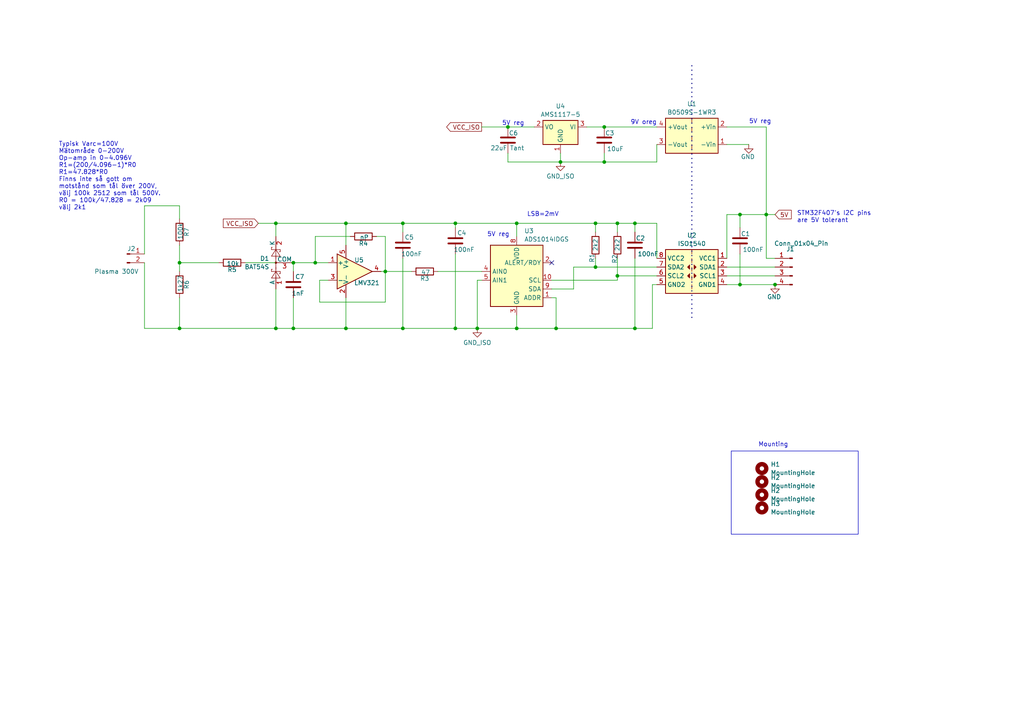
<source format=kicad_sch>
(kicad_sch
	(version 20231120)
	(generator "eeschema")
	(generator_version "8.0")
	(uuid "2f7c1153-70ce-434d-b080-3c6aade9d7b3")
	(paper "A4")
	(lib_symbols
		(symbol "Amplifier_Operational:LMV321"
			(pin_names
				(offset 0.127)
			)
			(exclude_from_sim no)
			(in_bom yes)
			(on_board yes)
			(property "Reference" "U"
				(at 0 5.08 0)
				(effects
					(font
						(size 1.27 1.27)
					)
					(justify left)
				)
			)
			(property "Value" "LMV321"
				(at 0 -5.08 0)
				(effects
					(font
						(size 1.27 1.27)
					)
					(justify left)
				)
			)
			(property "Footprint" ""
				(at 0 0 0)
				(effects
					(font
						(size 1.27 1.27)
					)
					(justify left)
					(hide yes)
				)
			)
			(property "Datasheet" "http://www.ti.com/lit/ds/symlink/lmv324.pdf"
				(at 0 0 0)
				(effects
					(font
						(size 1.27 1.27)
					)
					(hide yes)
				)
			)
			(property "Description" "Low-Voltage Rail-to-Rail Output Operational Amplifiers, SOT-23-5/SC-70-5"
				(at 0 0 0)
				(effects
					(font
						(size 1.27 1.27)
					)
					(hide yes)
				)
			)
			(property "ki_keywords" "single opamp"
				(at 0 0 0)
				(effects
					(font
						(size 1.27 1.27)
					)
					(hide yes)
				)
			)
			(property "ki_fp_filters" "SOT?23* *SC*70*"
				(at 0 0 0)
				(effects
					(font
						(size 1.27 1.27)
					)
					(hide yes)
				)
			)
			(symbol "LMV321_0_1"
				(polyline
					(pts
						(xy -5.08 5.08) (xy 5.08 0) (xy -5.08 -5.08) (xy -5.08 5.08)
					)
					(stroke
						(width 0.254)
						(type default)
					)
					(fill
						(type background)
					)
				)
				(pin power_in line
					(at -2.54 -7.62 90)
					(length 3.81)
					(name "V-"
						(effects
							(font
								(size 1.27 1.27)
							)
						)
					)
					(number "2"
						(effects
							(font
								(size 1.27 1.27)
							)
						)
					)
				)
				(pin power_in line
					(at -2.54 7.62 270)
					(length 3.81)
					(name "V+"
						(effects
							(font
								(size 1.27 1.27)
							)
						)
					)
					(number "5"
						(effects
							(font
								(size 1.27 1.27)
							)
						)
					)
				)
			)
			(symbol "LMV321_1_1"
				(pin input line
					(at -7.62 2.54 0)
					(length 2.54)
					(name "+"
						(effects
							(font
								(size 1.27 1.27)
							)
						)
					)
					(number "1"
						(effects
							(font
								(size 1.27 1.27)
							)
						)
					)
				)
				(pin input line
					(at -7.62 -2.54 0)
					(length 2.54)
					(name "-"
						(effects
							(font
								(size 1.27 1.27)
							)
						)
					)
					(number "3"
						(effects
							(font
								(size 1.27 1.27)
							)
						)
					)
				)
				(pin output line
					(at 7.62 0 180)
					(length 2.54)
					(name "~"
						(effects
							(font
								(size 1.27 1.27)
							)
						)
					)
					(number "4"
						(effects
							(font
								(size 1.27 1.27)
							)
						)
					)
				)
			)
		)
		(symbol "Analog_ADC:ADS1014IDGS"
			(exclude_from_sim no)
			(in_bom yes)
			(on_board yes)
			(property "Reference" "U"
				(at 2.54 13.97 0)
				(effects
					(font
						(size 1.27 1.27)
					)
				)
			)
			(property "Value" "ADS1014IDGS"
				(at 7.62 11.43 0)
				(effects
					(font
						(size 1.27 1.27)
					)
				)
			)
			(property "Footprint" "Package_SO:TSSOP-10_3x3mm_P0.5mm"
				(at 0 -12.7 0)
				(effects
					(font
						(size 1.27 1.27)
					)
					(hide yes)
				)
			)
			(property "Datasheet" "http://www.ti.com/lit/ds/symlink/ads1015.pdf"
				(at -1.27 -22.86 0)
				(effects
					(font
						(size 1.27 1.27)
					)
					(hide yes)
				)
			)
			(property "Description" "Ultra-Small, Low-Power, I2C-Compatible, 3.3-kSPS, 12-Bit ADCs With Internal Reference, Oscillator, and Programmable Comparator, VSSOP-10"
				(at 0 0 0)
				(effects
					(font
						(size 1.27 1.27)
					)
					(hide yes)
				)
			)
			(property "ki_keywords" "12 bit single channel I2C ADC"
				(at 0 0 0)
				(effects
					(font
						(size 1.27 1.27)
					)
					(hide yes)
				)
			)
			(property "ki_fp_filters" "TSSOP*3x3mm*P0.5mm*"
				(at 0 0 0)
				(effects
					(font
						(size 1.27 1.27)
					)
					(hide yes)
				)
			)
			(symbol "ADS1014IDGS_0_1"
				(rectangle
					(start -7.62 10.16)
					(end 7.62 -7.62)
					(stroke
						(width 0.254)
						(type default)
					)
					(fill
						(type background)
					)
				)
			)
			(symbol "ADS1014IDGS_1_1"
				(pin input line
					(at 10.16 -5.08 180)
					(length 2.54)
					(name "ADDR"
						(effects
							(font
								(size 1.27 1.27)
							)
						)
					)
					(number "1"
						(effects
							(font
								(size 1.27 1.27)
							)
						)
					)
				)
				(pin input line
					(at 10.16 0 180)
					(length 2.54)
					(name "SCL"
						(effects
							(font
								(size 1.27 1.27)
							)
						)
					)
					(number "10"
						(effects
							(font
								(size 1.27 1.27)
							)
						)
					)
				)
				(pin output line
					(at 10.16 5.08 180)
					(length 2.54)
					(name "ALERT/RDY"
						(effects
							(font
								(size 1.27 1.27)
							)
						)
					)
					(number "2"
						(effects
							(font
								(size 1.27 1.27)
							)
						)
					)
				)
				(pin power_in line
					(at 0 -10.16 90)
					(length 2.54)
					(name "GND"
						(effects
							(font
								(size 1.27 1.27)
							)
						)
					)
					(number "3"
						(effects
							(font
								(size 1.27 1.27)
							)
						)
					)
				)
				(pin input line
					(at -10.16 2.54 0)
					(length 2.54)
					(name "AIN0"
						(effects
							(font
								(size 1.27 1.27)
							)
						)
					)
					(number "4"
						(effects
							(font
								(size 1.27 1.27)
							)
						)
					)
				)
				(pin input line
					(at -10.16 0 0)
					(length 2.54)
					(name "AIN1"
						(effects
							(font
								(size 1.27 1.27)
							)
						)
					)
					(number "5"
						(effects
							(font
								(size 1.27 1.27)
							)
						)
					)
				)
				(pin no_connect line
					(at -7.62 7.62 0)
					(length 2.54) hide
					(name "~"
						(effects
							(font
								(size 1.27 1.27)
							)
						)
					)
					(number "6"
						(effects
							(font
								(size 1.27 1.27)
							)
						)
					)
				)
				(pin no_connect line
					(at -7.62 5.08 0)
					(length 2.54) hide
					(name "~"
						(effects
							(font
								(size 1.27 1.27)
							)
						)
					)
					(number "7"
						(effects
							(font
								(size 1.27 1.27)
							)
						)
					)
				)
				(pin power_in line
					(at 0 12.7 270)
					(length 2.54)
					(name "VDD"
						(effects
							(font
								(size 1.27 1.27)
							)
						)
					)
					(number "8"
						(effects
							(font
								(size 1.27 1.27)
							)
						)
					)
				)
				(pin bidirectional line
					(at 10.16 -2.54 180)
					(length 2.54)
					(name "SDA"
						(effects
							(font
								(size 1.27 1.27)
							)
						)
					)
					(number "9"
						(effects
							(font
								(size 1.27 1.27)
							)
						)
					)
				)
			)
		)
		(symbol "Connector:Conn_01x02_Pin"
			(pin_names
				(offset 1.016) hide)
			(exclude_from_sim no)
			(in_bom yes)
			(on_board yes)
			(property "Reference" "J"
				(at 0 2.54 0)
				(effects
					(font
						(size 1.27 1.27)
					)
				)
			)
			(property "Value" "Conn_01x02_Pin"
				(at 0 -5.08 0)
				(effects
					(font
						(size 1.27 1.27)
					)
				)
			)
			(property "Footprint" ""
				(at 0 0 0)
				(effects
					(font
						(size 1.27 1.27)
					)
					(hide yes)
				)
			)
			(property "Datasheet" "~"
				(at 0 0 0)
				(effects
					(font
						(size 1.27 1.27)
					)
					(hide yes)
				)
			)
			(property "Description" "Generic connector, single row, 01x02, script generated"
				(at 0 0 0)
				(effects
					(font
						(size 1.27 1.27)
					)
					(hide yes)
				)
			)
			(property "ki_locked" ""
				(at 0 0 0)
				(effects
					(font
						(size 1.27 1.27)
					)
				)
			)
			(property "ki_keywords" "connector"
				(at 0 0 0)
				(effects
					(font
						(size 1.27 1.27)
					)
					(hide yes)
				)
			)
			(property "ki_fp_filters" "Connector*:*_1x??_*"
				(at 0 0 0)
				(effects
					(font
						(size 1.27 1.27)
					)
					(hide yes)
				)
			)
			(symbol "Conn_01x02_Pin_1_1"
				(polyline
					(pts
						(xy 1.27 -2.54) (xy 0.8636 -2.54)
					)
					(stroke
						(width 0.1524)
						(type default)
					)
					(fill
						(type none)
					)
				)
				(polyline
					(pts
						(xy 1.27 0) (xy 0.8636 0)
					)
					(stroke
						(width 0.1524)
						(type default)
					)
					(fill
						(type none)
					)
				)
				(rectangle
					(start 0.8636 -2.413)
					(end 0 -2.667)
					(stroke
						(width 0.1524)
						(type default)
					)
					(fill
						(type outline)
					)
				)
				(rectangle
					(start 0.8636 0.127)
					(end 0 -0.127)
					(stroke
						(width 0.1524)
						(type default)
					)
					(fill
						(type outline)
					)
				)
				(pin passive line
					(at 5.08 0 180)
					(length 3.81)
					(name "Pin_1"
						(effects
							(font
								(size 1.27 1.27)
							)
						)
					)
					(number "1"
						(effects
							(font
								(size 1.27 1.27)
							)
						)
					)
				)
				(pin passive line
					(at 5.08 -2.54 180)
					(length 3.81)
					(name "Pin_2"
						(effects
							(font
								(size 1.27 1.27)
							)
						)
					)
					(number "2"
						(effects
							(font
								(size 1.27 1.27)
							)
						)
					)
				)
			)
		)
		(symbol "Connector:Conn_01x04_Pin"
			(pin_names
				(offset 1.016) hide)
			(exclude_from_sim no)
			(in_bom yes)
			(on_board yes)
			(property "Reference" "J"
				(at 0 5.08 0)
				(effects
					(font
						(size 1.27 1.27)
					)
				)
			)
			(property "Value" "Conn_01x04_Pin"
				(at 0 -7.62 0)
				(effects
					(font
						(size 1.27 1.27)
					)
				)
			)
			(property "Footprint" ""
				(at 0 0 0)
				(effects
					(font
						(size 1.27 1.27)
					)
					(hide yes)
				)
			)
			(property "Datasheet" "~"
				(at 0 0 0)
				(effects
					(font
						(size 1.27 1.27)
					)
					(hide yes)
				)
			)
			(property "Description" "Generic connector, single row, 01x04, script generated"
				(at 0 0 0)
				(effects
					(font
						(size 1.27 1.27)
					)
					(hide yes)
				)
			)
			(property "ki_locked" ""
				(at 0 0 0)
				(effects
					(font
						(size 1.27 1.27)
					)
				)
			)
			(property "ki_keywords" "connector"
				(at 0 0 0)
				(effects
					(font
						(size 1.27 1.27)
					)
					(hide yes)
				)
			)
			(property "ki_fp_filters" "Connector*:*_1x??_*"
				(at 0 0 0)
				(effects
					(font
						(size 1.27 1.27)
					)
					(hide yes)
				)
			)
			(symbol "Conn_01x04_Pin_1_1"
				(polyline
					(pts
						(xy 1.27 -5.08) (xy 0.8636 -5.08)
					)
					(stroke
						(width 0.1524)
						(type default)
					)
					(fill
						(type none)
					)
				)
				(polyline
					(pts
						(xy 1.27 -2.54) (xy 0.8636 -2.54)
					)
					(stroke
						(width 0.1524)
						(type default)
					)
					(fill
						(type none)
					)
				)
				(polyline
					(pts
						(xy 1.27 0) (xy 0.8636 0)
					)
					(stroke
						(width 0.1524)
						(type default)
					)
					(fill
						(type none)
					)
				)
				(polyline
					(pts
						(xy 1.27 2.54) (xy 0.8636 2.54)
					)
					(stroke
						(width 0.1524)
						(type default)
					)
					(fill
						(type none)
					)
				)
				(rectangle
					(start 0.8636 -4.953)
					(end 0 -5.207)
					(stroke
						(width 0.1524)
						(type default)
					)
					(fill
						(type outline)
					)
				)
				(rectangle
					(start 0.8636 -2.413)
					(end 0 -2.667)
					(stroke
						(width 0.1524)
						(type default)
					)
					(fill
						(type outline)
					)
				)
				(rectangle
					(start 0.8636 0.127)
					(end 0 -0.127)
					(stroke
						(width 0.1524)
						(type default)
					)
					(fill
						(type outline)
					)
				)
				(rectangle
					(start 0.8636 2.667)
					(end 0 2.413)
					(stroke
						(width 0.1524)
						(type default)
					)
					(fill
						(type outline)
					)
				)
				(pin passive line
					(at 5.08 2.54 180)
					(length 3.81)
					(name "Pin_1"
						(effects
							(font
								(size 1.27 1.27)
							)
						)
					)
					(number "1"
						(effects
							(font
								(size 1.27 1.27)
							)
						)
					)
				)
				(pin passive line
					(at 5.08 0 180)
					(length 3.81)
					(name "Pin_2"
						(effects
							(font
								(size 1.27 1.27)
							)
						)
					)
					(number "2"
						(effects
							(font
								(size 1.27 1.27)
							)
						)
					)
				)
				(pin passive line
					(at 5.08 -2.54 180)
					(length 3.81)
					(name "Pin_3"
						(effects
							(font
								(size 1.27 1.27)
							)
						)
					)
					(number "3"
						(effects
							(font
								(size 1.27 1.27)
							)
						)
					)
				)
				(pin passive line
					(at 5.08 -5.08 180)
					(length 3.81)
					(name "Pin_4"
						(effects
							(font
								(size 1.27 1.27)
							)
						)
					)
					(number "4"
						(effects
							(font
								(size 1.27 1.27)
							)
						)
					)
				)
			)
		)
		(symbol "Converter_DCDC:TEA1-0505"
			(exclude_from_sim no)
			(in_bom yes)
			(on_board yes)
			(property "Reference" "U"
				(at -7.62 6.35 0)
				(effects
					(font
						(size 1.27 1.27)
					)
					(justify left)
				)
			)
			(property "Value" "TEA1-0505"
				(at -2.54 6.35 0)
				(effects
					(font
						(size 1.27 1.27)
					)
					(justify left)
				)
			)
			(property "Footprint" "Converter_DCDC:Converter_DCDC_TRACO_TEA1-xxxx_THT"
				(at 0 -8.89 0)
				(effects
					(font
						(size 1.27 1.27)
					)
					(hide yes)
				)
			)
			(property "Datasheet" "https://www.tracopower.com/products/tea1.pdf"
				(at 0 -6.35 0)
				(effects
					(font
						(size 1.27 1.27)
					)
					(hide yes)
				)
			)
			(property "Description" "1W DC/DC converter unregulated, 4.5-5.5V input, 5V output voltage, 200mA output, 1.5kVDC isolation, SIP-4"
				(at 0 0 0)
				(effects
					(font
						(size 1.27 1.27)
					)
					(hide yes)
				)
			)
			(property "ki_keywords" "Traco isolated isolation dc-dc converter not-regulated non-regulated single 1W"
				(at 0 0 0)
				(effects
					(font
						(size 1.27 1.27)
					)
					(hide yes)
				)
			)
			(property "ki_fp_filters" "Converter*DCDC*TRACO*TEA1*THT*"
				(at 0 0 0)
				(effects
					(font
						(size 1.27 1.27)
					)
					(hide yes)
				)
			)
			(symbol "TEA1-0505_0_0"
				(pin power_in line
					(at -10.16 -2.54 0)
					(length 2.54)
					(name "-Vin"
						(effects
							(font
								(size 1.27 1.27)
							)
						)
					)
					(number "1"
						(effects
							(font
								(size 1.27 1.27)
							)
						)
					)
				)
				(pin power_in line
					(at -10.16 2.54 0)
					(length 2.54)
					(name "+Vin"
						(effects
							(font
								(size 1.27 1.27)
							)
						)
					)
					(number "2"
						(effects
							(font
								(size 1.27 1.27)
							)
						)
					)
				)
				(pin power_out line
					(at 10.16 -2.54 180)
					(length 2.54)
					(name "-Vout"
						(effects
							(font
								(size 1.27 1.27)
							)
						)
					)
					(number "3"
						(effects
							(font
								(size 1.27 1.27)
							)
						)
					)
				)
				(pin power_out line
					(at 10.16 2.54 180)
					(length 2.54)
					(name "+Vout"
						(effects
							(font
								(size 1.27 1.27)
							)
						)
					)
					(number "4"
						(effects
							(font
								(size 1.27 1.27)
							)
						)
					)
				)
			)
			(symbol "TEA1-0505_0_1"
				(rectangle
					(start -7.62 5.08)
					(end 7.62 -5.08)
					(stroke
						(width 0.254)
						(type default)
					)
					(fill
						(type background)
					)
				)
				(polyline
					(pts
						(xy 0 -2.54) (xy 0 -3.81)
					)
					(stroke
						(width 0)
						(type default)
					)
					(fill
						(type none)
					)
				)
				(polyline
					(pts
						(xy 0 0) (xy 0 -1.27)
					)
					(stroke
						(width 0)
						(type default)
					)
					(fill
						(type none)
					)
				)
				(polyline
					(pts
						(xy 0 2.54) (xy 0 1.27)
					)
					(stroke
						(width 0)
						(type default)
					)
					(fill
						(type none)
					)
				)
				(polyline
					(pts
						(xy 0 5.08) (xy 0 3.81)
					)
					(stroke
						(width 0)
						(type default)
					)
					(fill
						(type none)
					)
				)
			)
		)
		(symbol "Device:C"
			(pin_numbers hide)
			(pin_names
				(offset 0.254)
			)
			(exclude_from_sim no)
			(in_bom yes)
			(on_board yes)
			(property "Reference" "C"
				(at 0.635 2.54 0)
				(effects
					(font
						(size 1.27 1.27)
					)
					(justify left)
				)
			)
			(property "Value" "C"
				(at 0.635 -2.54 0)
				(effects
					(font
						(size 1.27 1.27)
					)
					(justify left)
				)
			)
			(property "Footprint" ""
				(at 0.9652 -3.81 0)
				(effects
					(font
						(size 1.27 1.27)
					)
					(hide yes)
				)
			)
			(property "Datasheet" "~"
				(at 0 0 0)
				(effects
					(font
						(size 1.27 1.27)
					)
					(hide yes)
				)
			)
			(property "Description" "Unpolarized capacitor"
				(at 0 0 0)
				(effects
					(font
						(size 1.27 1.27)
					)
					(hide yes)
				)
			)
			(property "ki_keywords" "cap capacitor"
				(at 0 0 0)
				(effects
					(font
						(size 1.27 1.27)
					)
					(hide yes)
				)
			)
			(property "ki_fp_filters" "C_*"
				(at 0 0 0)
				(effects
					(font
						(size 1.27 1.27)
					)
					(hide yes)
				)
			)
			(symbol "C_0_1"
				(polyline
					(pts
						(xy -2.032 -0.762) (xy 2.032 -0.762)
					)
					(stroke
						(width 0.508)
						(type default)
					)
					(fill
						(type none)
					)
				)
				(polyline
					(pts
						(xy -2.032 0.762) (xy 2.032 0.762)
					)
					(stroke
						(width 0.508)
						(type default)
					)
					(fill
						(type none)
					)
				)
			)
			(symbol "C_1_1"
				(pin passive line
					(at 0 3.81 270)
					(length 2.794)
					(name "~"
						(effects
							(font
								(size 1.27 1.27)
							)
						)
					)
					(number "1"
						(effects
							(font
								(size 1.27 1.27)
							)
						)
					)
				)
				(pin passive line
					(at 0 -3.81 90)
					(length 2.794)
					(name "~"
						(effects
							(font
								(size 1.27 1.27)
							)
						)
					)
					(number "2"
						(effects
							(font
								(size 1.27 1.27)
							)
						)
					)
				)
			)
		)
		(symbol "Device:R"
			(pin_numbers hide)
			(pin_names
				(offset 0)
			)
			(exclude_from_sim no)
			(in_bom yes)
			(on_board yes)
			(property "Reference" "R"
				(at 2.032 0 90)
				(effects
					(font
						(size 1.27 1.27)
					)
				)
			)
			(property "Value" "R"
				(at 0 0 90)
				(effects
					(font
						(size 1.27 1.27)
					)
				)
			)
			(property "Footprint" ""
				(at -1.778 0 90)
				(effects
					(font
						(size 1.27 1.27)
					)
					(hide yes)
				)
			)
			(property "Datasheet" "~"
				(at 0 0 0)
				(effects
					(font
						(size 1.27 1.27)
					)
					(hide yes)
				)
			)
			(property "Description" "Resistor"
				(at 0 0 0)
				(effects
					(font
						(size 1.27 1.27)
					)
					(hide yes)
				)
			)
			(property "ki_keywords" "R res resistor"
				(at 0 0 0)
				(effects
					(font
						(size 1.27 1.27)
					)
					(hide yes)
				)
			)
			(property "ki_fp_filters" "R_*"
				(at 0 0 0)
				(effects
					(font
						(size 1.27 1.27)
					)
					(hide yes)
				)
			)
			(symbol "R_0_1"
				(rectangle
					(start -1.016 -2.54)
					(end 1.016 2.54)
					(stroke
						(width 0.254)
						(type default)
					)
					(fill
						(type none)
					)
				)
			)
			(symbol "R_1_1"
				(pin passive line
					(at 0 3.81 270)
					(length 1.27)
					(name "~"
						(effects
							(font
								(size 1.27 1.27)
							)
						)
					)
					(number "1"
						(effects
							(font
								(size 1.27 1.27)
							)
						)
					)
				)
				(pin passive line
					(at 0 -3.81 90)
					(length 1.27)
					(name "~"
						(effects
							(font
								(size 1.27 1.27)
							)
						)
					)
					(number "2"
						(effects
							(font
								(size 1.27 1.27)
							)
						)
					)
				)
			)
		)
		(symbol "Diode:BAT54S"
			(pin_names
				(offset 0)
			)
			(exclude_from_sim no)
			(in_bom yes)
			(on_board yes)
			(property "Reference" "D"
				(at 2.54 -5.08 0)
				(effects
					(font
						(size 1.27 1.27)
					)
					(justify left)
				)
			)
			(property "Value" "BAT54S"
				(at -6.35 3.175 0)
				(effects
					(font
						(size 1.27 1.27)
					)
					(justify left)
				)
			)
			(property "Footprint" "Package_TO_SOT_SMD:SOT-23"
				(at 1.905 3.175 0)
				(effects
					(font
						(size 1.27 1.27)
					)
					(justify left)
					(hide yes)
				)
			)
			(property "Datasheet" "https://www.diodes.com/assets/Datasheets/ds11005.pdf"
				(at -3.048 0 0)
				(effects
					(font
						(size 1.27 1.27)
					)
					(hide yes)
				)
			)
			(property "Description" "Vr 30V, If 200mA, Dual schottky barrier diode, in series, SOT-323"
				(at 0 0 0)
				(effects
					(font
						(size 1.27 1.27)
					)
					(hide yes)
				)
			)
			(property "ki_keywords" "schottky diode"
				(at 0 0 0)
				(effects
					(font
						(size 1.27 1.27)
					)
					(hide yes)
				)
			)
			(property "ki_fp_filters" "SOT?23*"
				(at 0 0 0)
				(effects
					(font
						(size 1.27 1.27)
					)
					(hide yes)
				)
			)
			(symbol "BAT54S_0_1"
				(polyline
					(pts
						(xy -3.81 0) (xy -1.27 0)
					)
					(stroke
						(width 0)
						(type default)
					)
					(fill
						(type none)
					)
				)
				(polyline
					(pts
						(xy -3.175 -1.27) (xy -3.175 -1.016)
					)
					(stroke
						(width 0)
						(type default)
					)
					(fill
						(type none)
					)
				)
				(polyline
					(pts
						(xy -2.54 -1.27) (xy -3.175 -1.27)
					)
					(stroke
						(width 0)
						(type default)
					)
					(fill
						(type none)
					)
				)
				(polyline
					(pts
						(xy -2.54 -1.27) (xy -2.54 1.27)
					)
					(stroke
						(width 0)
						(type default)
					)
					(fill
						(type none)
					)
				)
				(polyline
					(pts
						(xy -2.54 1.27) (xy -1.905 1.27)
					)
					(stroke
						(width 0)
						(type default)
					)
					(fill
						(type none)
					)
				)
				(polyline
					(pts
						(xy -1.905 0) (xy 1.905 0)
					)
					(stroke
						(width 0)
						(type default)
					)
					(fill
						(type none)
					)
				)
				(polyline
					(pts
						(xy -1.905 1.27) (xy -1.905 1.016)
					)
					(stroke
						(width 0)
						(type default)
					)
					(fill
						(type none)
					)
				)
				(polyline
					(pts
						(xy 1.27 0) (xy 3.81 0)
					)
					(stroke
						(width 0)
						(type default)
					)
					(fill
						(type none)
					)
				)
				(polyline
					(pts
						(xy 3.175 -1.27) (xy 3.175 -1.016)
					)
					(stroke
						(width 0)
						(type default)
					)
					(fill
						(type none)
					)
				)
				(polyline
					(pts
						(xy 3.81 -1.27) (xy 3.175 -1.27)
					)
					(stroke
						(width 0)
						(type default)
					)
					(fill
						(type none)
					)
				)
				(polyline
					(pts
						(xy 3.81 -1.27) (xy 3.81 1.27)
					)
					(stroke
						(width 0)
						(type default)
					)
					(fill
						(type none)
					)
				)
				(polyline
					(pts
						(xy 3.81 1.27) (xy 4.445 1.27)
					)
					(stroke
						(width 0)
						(type default)
					)
					(fill
						(type none)
					)
				)
				(polyline
					(pts
						(xy 4.445 1.27) (xy 4.445 1.016)
					)
					(stroke
						(width 0)
						(type default)
					)
					(fill
						(type none)
					)
				)
				(polyline
					(pts
						(xy -4.445 1.27) (xy -4.445 -1.27) (xy -2.54 0) (xy -4.445 1.27)
					)
					(stroke
						(width 0)
						(type default)
					)
					(fill
						(type none)
					)
				)
				(polyline
					(pts
						(xy 1.905 1.27) (xy 1.905 -1.27) (xy 3.81 0) (xy 1.905 1.27)
					)
					(stroke
						(width 0)
						(type default)
					)
					(fill
						(type none)
					)
				)
				(circle
					(center 0 0)
					(radius 0.254)
					(stroke
						(width 0)
						(type default)
					)
					(fill
						(type outline)
					)
				)
			)
			(symbol "BAT54S_1_1"
				(pin passive line
					(at -7.62 0 0)
					(length 3.81)
					(name "A"
						(effects
							(font
								(size 1.27 1.27)
							)
						)
					)
					(number "1"
						(effects
							(font
								(size 1.27 1.27)
							)
						)
					)
				)
				(pin passive line
					(at 7.62 0 180)
					(length 3.81)
					(name "K"
						(effects
							(font
								(size 1.27 1.27)
							)
						)
					)
					(number "2"
						(effects
							(font
								(size 1.27 1.27)
							)
						)
					)
				)
				(pin passive line
					(at 0 -5.08 90)
					(length 5.08)
					(name "COM"
						(effects
							(font
								(size 1.27 1.27)
							)
						)
					)
					(number "3"
						(effects
							(font
								(size 1.27 1.27)
							)
						)
					)
				)
			)
		)
		(symbol "Isolator:ISO1540"
			(exclude_from_sim no)
			(in_bom yes)
			(on_board yes)
			(property "Reference" "U"
				(at -6.35 6.35 0)
				(effects
					(font
						(size 1.27 1.27)
					)
				)
			)
			(property "Value" "ISO1540"
				(at 3.81 6.35 0)
				(effects
					(font
						(size 1.27 1.27)
					)
				)
			)
			(property "Footprint" "Package_SO:SOIC-8_3.9x4.9mm_P1.27mm"
				(at 0 -8.89 0)
				(effects
					(font
						(size 1.27 1.27)
					)
					(hide yes)
				)
			)
			(property "Datasheet" "http://www.ti.com/lit/ds/symlink/iso1541.pdf"
				(at 0 1.27 0)
				(effects
					(font
						(size 1.27 1.27)
					)
					(hide yes)
				)
			)
			(property "Description" "I2C Isolator, 2.5 kVrms, Bidirectional clock and data, SOIC-8"
				(at 0 0 0)
				(effects
					(font
						(size 1.27 1.27)
					)
					(hide yes)
				)
			)
			(property "ki_keywords" "digital isolator i2c"
				(at 0 0 0)
				(effects
					(font
						(size 1.27 1.27)
					)
					(hide yes)
				)
			)
			(property "ki_fp_filters" "SOIC*3.9x4.9mm*P1.27mm*"
				(at 0 0 0)
				(effects
					(font
						(size 1.27 1.27)
					)
					(hide yes)
				)
			)
			(symbol "ISO1540_0_1"
				(rectangle
					(start -7.62 5.08)
					(end 7.62 -7.62)
					(stroke
						(width 0.254)
						(type default)
					)
					(fill
						(type background)
					)
				)
				(rectangle
					(start 0 -5.08)
					(end 0 -6.35)
					(stroke
						(width 0)
						(type default)
					)
					(fill
						(type none)
					)
				)
				(polyline
					(pts
						(xy 0 -2.54) (xy 0 -3.81)
					)
					(stroke
						(width 0)
						(type default)
					)
					(fill
						(type none)
					)
				)
				(polyline
					(pts
						(xy 0 0) (xy 0 -1.27)
					)
					(stroke
						(width 0)
						(type default)
					)
					(fill
						(type none)
					)
				)
				(polyline
					(pts
						(xy 0 2.54) (xy 0 1.27)
					)
					(stroke
						(width 0)
						(type default)
					)
					(fill
						(type none)
					)
				)
				(polyline
					(pts
						(xy 0 5.08) (xy 0 3.81)
					)
					(stroke
						(width 0)
						(type default)
					)
					(fill
						(type none)
					)
				)
				(polyline
					(pts
						(xy -0.635 0.635) (xy -1.27 0) (xy -0.635 -0.635) (xy -0.635 0.635)
					)
					(stroke
						(width 0)
						(type default)
					)
					(fill
						(type outline)
					)
				)
				(polyline
					(pts
						(xy 0.635 -1.905) (xy 1.27 -2.54) (xy 0.635 -3.175) (xy 0.635 -1.905)
					)
					(stroke
						(width 0)
						(type default)
					)
					(fill
						(type outline)
					)
				)
				(polyline
					(pts
						(xy 0.635 0.635) (xy 1.27 0) (xy 0.635 -0.635) (xy 0.635 0.635)
					)
					(stroke
						(width 0)
						(type default)
					)
					(fill
						(type outline)
					)
				)
			)
			(symbol "ISO1540_1_1"
				(polyline
					(pts
						(xy -0.635 -1.905) (xy -1.27 -2.54) (xy -0.635 -3.175) (xy -0.635 -1.905)
					)
					(stroke
						(width 0)
						(type default)
					)
					(fill
						(type outline)
					)
				)
				(pin power_in line
					(at -10.16 2.54 0)
					(length 2.54)
					(name "VCC1"
						(effects
							(font
								(size 1.27 1.27)
							)
						)
					)
					(number "1"
						(effects
							(font
								(size 1.27 1.27)
							)
						)
					)
				)
				(pin bidirectional line
					(at -10.16 0 0)
					(length 2.54)
					(name "SDA1"
						(effects
							(font
								(size 1.27 1.27)
							)
						)
					)
					(number "2"
						(effects
							(font
								(size 1.27 1.27)
							)
						)
					)
				)
				(pin bidirectional line
					(at -10.16 -2.54 0)
					(length 2.54)
					(name "SCL1"
						(effects
							(font
								(size 1.27 1.27)
							)
						)
					)
					(number "3"
						(effects
							(font
								(size 1.27 1.27)
							)
						)
					)
				)
				(pin power_in line
					(at -10.16 -5.08 0)
					(length 2.54)
					(name "GND1"
						(effects
							(font
								(size 1.27 1.27)
							)
						)
					)
					(number "4"
						(effects
							(font
								(size 1.27 1.27)
							)
						)
					)
				)
				(pin power_in line
					(at 10.16 -5.08 180)
					(length 2.54)
					(name "GND2"
						(effects
							(font
								(size 1.27 1.27)
							)
						)
					)
					(number "5"
						(effects
							(font
								(size 1.27 1.27)
							)
						)
					)
				)
				(pin bidirectional line
					(at 10.16 -2.54 180)
					(length 2.54)
					(name "SCL2"
						(effects
							(font
								(size 1.27 1.27)
							)
						)
					)
					(number "6"
						(effects
							(font
								(size 1.27 1.27)
							)
						)
					)
				)
				(pin bidirectional line
					(at 10.16 0 180)
					(length 2.54)
					(name "SDA2"
						(effects
							(font
								(size 1.27 1.27)
							)
						)
					)
					(number "7"
						(effects
							(font
								(size 1.27 1.27)
							)
						)
					)
				)
				(pin power_in line
					(at 10.16 2.54 180)
					(length 2.54)
					(name "VCC2"
						(effects
							(font
								(size 1.27 1.27)
							)
						)
					)
					(number "8"
						(effects
							(font
								(size 1.27 1.27)
							)
						)
					)
				)
			)
		)
		(symbol "Mechanical:MountingHole"
			(pin_names
				(offset 1.016)
			)
			(exclude_from_sim yes)
			(in_bom no)
			(on_board yes)
			(property "Reference" "H"
				(at 0 5.08 0)
				(effects
					(font
						(size 1.27 1.27)
					)
				)
			)
			(property "Value" "MountingHole"
				(at 0 3.175 0)
				(effects
					(font
						(size 1.27 1.27)
					)
				)
			)
			(property "Footprint" ""
				(at 0 0 0)
				(effects
					(font
						(size 1.27 1.27)
					)
					(hide yes)
				)
			)
			(property "Datasheet" "~"
				(at 0 0 0)
				(effects
					(font
						(size 1.27 1.27)
					)
					(hide yes)
				)
			)
			(property "Description" "Mounting Hole without connection"
				(at 0 0 0)
				(effects
					(font
						(size 1.27 1.27)
					)
					(hide yes)
				)
			)
			(property "ki_keywords" "mounting hole"
				(at 0 0 0)
				(effects
					(font
						(size 1.27 1.27)
					)
					(hide yes)
				)
			)
			(property "ki_fp_filters" "MountingHole*"
				(at 0 0 0)
				(effects
					(font
						(size 1.27 1.27)
					)
					(hide yes)
				)
			)
			(symbol "MountingHole_0_1"
				(circle
					(center 0 0)
					(radius 1.27)
					(stroke
						(width 1.27)
						(type default)
					)
					(fill
						(type none)
					)
				)
			)
		)
		(symbol "Regulator_Linear:AMS1117-3.3"
			(exclude_from_sim no)
			(in_bom yes)
			(on_board yes)
			(property "Reference" "U"
				(at -3.81 3.175 0)
				(effects
					(font
						(size 1.27 1.27)
					)
				)
			)
			(property "Value" "AMS1117-3.3"
				(at 0 3.175 0)
				(effects
					(font
						(size 1.27 1.27)
					)
					(justify left)
				)
			)
			(property "Footprint" "Package_TO_SOT_SMD:SOT-223-3_TabPin2"
				(at 0 5.08 0)
				(effects
					(font
						(size 1.27 1.27)
					)
					(hide yes)
				)
			)
			(property "Datasheet" "http://www.advanced-monolithic.com/pdf/ds1117.pdf"
				(at 2.54 -6.35 0)
				(effects
					(font
						(size 1.27 1.27)
					)
					(hide yes)
				)
			)
			(property "Description" "1A Low Dropout regulator, positive, 3.3V fixed output, SOT-223"
				(at 0 0 0)
				(effects
					(font
						(size 1.27 1.27)
					)
					(hide yes)
				)
			)
			(property "ki_keywords" "linear regulator ldo fixed positive"
				(at 0 0 0)
				(effects
					(font
						(size 1.27 1.27)
					)
					(hide yes)
				)
			)
			(property "ki_fp_filters" "SOT?223*TabPin2*"
				(at 0 0 0)
				(effects
					(font
						(size 1.27 1.27)
					)
					(hide yes)
				)
			)
			(symbol "AMS1117-3.3_0_1"
				(rectangle
					(start -5.08 -5.08)
					(end 5.08 1.905)
					(stroke
						(width 0.254)
						(type default)
					)
					(fill
						(type background)
					)
				)
			)
			(symbol "AMS1117-3.3_1_1"
				(pin power_in line
					(at 0 -7.62 90)
					(length 2.54)
					(name "GND"
						(effects
							(font
								(size 1.27 1.27)
							)
						)
					)
					(number "1"
						(effects
							(font
								(size 1.27 1.27)
							)
						)
					)
				)
				(pin power_out line
					(at 7.62 0 180)
					(length 2.54)
					(name "VO"
						(effects
							(font
								(size 1.27 1.27)
							)
						)
					)
					(number "2"
						(effects
							(font
								(size 1.27 1.27)
							)
						)
					)
				)
				(pin power_in line
					(at -7.62 0 0)
					(length 2.54)
					(name "VI"
						(effects
							(font
								(size 1.27 1.27)
							)
						)
					)
					(number "3"
						(effects
							(font
								(size 1.27 1.27)
							)
						)
					)
				)
			)
		)
		(symbol "power:GND"
			(power)
			(pin_numbers hide)
			(pin_names
				(offset 0) hide)
			(exclude_from_sim no)
			(in_bom yes)
			(on_board yes)
			(property "Reference" "#PWR"
				(at 0 -6.35 0)
				(effects
					(font
						(size 1.27 1.27)
					)
					(hide yes)
				)
			)
			(property "Value" "GND"
				(at 0 -3.81 0)
				(effects
					(font
						(size 1.27 1.27)
					)
				)
			)
			(property "Footprint" ""
				(at 0 0 0)
				(effects
					(font
						(size 1.27 1.27)
					)
					(hide yes)
				)
			)
			(property "Datasheet" ""
				(at 0 0 0)
				(effects
					(font
						(size 1.27 1.27)
					)
					(hide yes)
				)
			)
			(property "Description" "Power symbol creates a global label with name \"GND\" , ground"
				(at 0 0 0)
				(effects
					(font
						(size 1.27 1.27)
					)
					(hide yes)
				)
			)
			(property "ki_keywords" "global power"
				(at 0 0 0)
				(effects
					(font
						(size 1.27 1.27)
					)
					(hide yes)
				)
			)
			(symbol "GND_0_1"
				(polyline
					(pts
						(xy 0 0) (xy 0 -1.27) (xy 1.27 -1.27) (xy 0 -2.54) (xy -1.27 -1.27) (xy 0 -1.27)
					)
					(stroke
						(width 0)
						(type default)
					)
					(fill
						(type none)
					)
				)
			)
			(symbol "GND_1_1"
				(pin power_in line
					(at 0 0 270)
					(length 0)
					(name "~"
						(effects
							(font
								(size 1.27 1.27)
							)
						)
					)
					(number "1"
						(effects
							(font
								(size 1.27 1.27)
							)
						)
					)
				)
			)
		)
		(symbol "power:GND1"
			(power)
			(pin_numbers hide)
			(pin_names
				(offset 0) hide)
			(exclude_from_sim no)
			(in_bom yes)
			(on_board yes)
			(property "Reference" "#PWR"
				(at 0 -6.35 0)
				(effects
					(font
						(size 1.27 1.27)
					)
					(hide yes)
				)
			)
			(property "Value" "GND1"
				(at 0 -3.81 0)
				(effects
					(font
						(size 1.27 1.27)
					)
				)
			)
			(property "Footprint" ""
				(at 0 0 0)
				(effects
					(font
						(size 1.27 1.27)
					)
					(hide yes)
				)
			)
			(property "Datasheet" ""
				(at 0 0 0)
				(effects
					(font
						(size 1.27 1.27)
					)
					(hide yes)
				)
			)
			(property "Description" "Power symbol creates a global label with name \"GND1\" , ground"
				(at 0 0 0)
				(effects
					(font
						(size 1.27 1.27)
					)
					(hide yes)
				)
			)
			(property "ki_keywords" "global power"
				(at 0 0 0)
				(effects
					(font
						(size 1.27 1.27)
					)
					(hide yes)
				)
			)
			(symbol "GND1_0_1"
				(polyline
					(pts
						(xy 0 0) (xy 0 -1.27) (xy 1.27 -1.27) (xy 0 -2.54) (xy -1.27 -1.27) (xy 0 -1.27)
					)
					(stroke
						(width 0)
						(type default)
					)
					(fill
						(type none)
					)
				)
			)
			(symbol "GND1_1_1"
				(pin power_in line
					(at 0 0 270)
					(length 0)
					(name "~"
						(effects
							(font
								(size 1.27 1.27)
							)
						)
					)
					(number "1"
						(effects
							(font
								(size 1.27 1.27)
							)
						)
					)
				)
			)
		)
	)
	(junction
		(at 175.26 36.83)
		(diameter 0)
		(color 0 0 0 0)
		(uuid "04605b74-d893-413d-977b-45295784f62e")
	)
	(junction
		(at 91.44 76.2)
		(diameter 0)
		(color 0 0 0 0)
		(uuid "07c929ae-2da6-4e26-b17a-76f6ce1759d4")
	)
	(junction
		(at 175.26 46.99)
		(diameter 0)
		(color 0 0 0 0)
		(uuid "15b3247d-2f54-4572-9e75-28c11daee088")
	)
	(junction
		(at 138.43 95.25)
		(diameter 0)
		(color 0 0 0 0)
		(uuid "2a5dc2b2-c88d-41cb-baca-a15f06f06989")
	)
	(junction
		(at 149.86 64.77)
		(diameter 0)
		(color 0 0 0 0)
		(uuid "2f3ed700-9792-4c60-a696-d43ad32611ae")
	)
	(junction
		(at 85.09 76.2)
		(diameter 0)
		(color 0 0 0 0)
		(uuid "3f9b4f31-710c-49cd-9e10-bf52353c7f9c")
	)
	(junction
		(at 147.32 36.83)
		(diameter 0)
		(color 0 0 0 0)
		(uuid "407eddcb-930d-4c52-94b4-96f8b9a0896e")
	)
	(junction
		(at 184.15 95.25)
		(diameter 0)
		(color 0 0 0 0)
		(uuid "478de721-a729-492f-a034-60e62ecafa5b")
	)
	(junction
		(at 172.72 77.47)
		(diameter 0)
		(color 0 0 0 0)
		(uuid "56a8ac46-6c2d-4c59-b2c7-123057e34f74")
	)
	(junction
		(at 149.86 95.25)
		(diameter 0)
		(color 0 0 0 0)
		(uuid "618b6e34-b66d-46c4-8fb5-4486959e3df9")
	)
	(junction
		(at 132.08 64.77)
		(diameter 0)
		(color 0 0 0 0)
		(uuid "64d32385-d896-4224-878f-0895fe5bef82")
	)
	(junction
		(at 172.72 64.77)
		(diameter 0)
		(color 0 0 0 0)
		(uuid "6b13d4e1-e458-458c-b92e-5494a9ad5475")
	)
	(junction
		(at 132.08 95.25)
		(diameter 0)
		(color 0 0 0 0)
		(uuid "6bb5b76f-9e74-43a0-bcac-eb6673a6959b")
	)
	(junction
		(at 224.79 82.55)
		(diameter 0)
		(color 0 0 0 0)
		(uuid "80087621-6776-49c0-8267-0f2d8e6b7ec4")
	)
	(junction
		(at 100.33 95.25)
		(diameter 0)
		(color 0 0 0 0)
		(uuid "871999c9-3542-4ed6-8dd4-09d6a9ef3287")
	)
	(junction
		(at 161.29 95.25)
		(diameter 0)
		(color 0 0 0 0)
		(uuid "8b550349-3686-4c94-8834-065230bde06c")
	)
	(junction
		(at 222.25 62.23)
		(diameter 0)
		(color 0 0 0 0)
		(uuid "9376b68a-6106-47f1-8d08-7af6479c8aa3")
	)
	(junction
		(at 214.63 82.55)
		(diameter 0)
		(color 0 0 0 0)
		(uuid "a392d238-016c-4fd2-8c9a-f3ea0888fc82")
	)
	(junction
		(at 80.01 95.25)
		(diameter 0)
		(color 0 0 0 0)
		(uuid "a55831b6-8b76-45d9-bc13-738bd2b8d10d")
	)
	(junction
		(at 179.07 64.77)
		(diameter 0)
		(color 0 0 0 0)
		(uuid "ab77a82e-4a3c-4cbe-9fde-27ceb6592ce7")
	)
	(junction
		(at 111.76 78.74)
		(diameter 0)
		(color 0 0 0 0)
		(uuid "ac6cfd0c-716a-4575-8d60-9751d50f0950")
	)
	(junction
		(at 116.84 95.25)
		(diameter 0)
		(color 0 0 0 0)
		(uuid "c341045e-8370-4980-bd94-fbadc41e8c74")
	)
	(junction
		(at 100.33 64.77)
		(diameter 0)
		(color 0 0 0 0)
		(uuid "ce1c7b79-cecf-49fe-bc77-d82f1357a293")
	)
	(junction
		(at 85.09 95.25)
		(diameter 0)
		(color 0 0 0 0)
		(uuid "d29bd8d9-0003-44c5-a028-7d538debb195")
	)
	(junction
		(at 179.07 80.01)
		(diameter 0)
		(color 0 0 0 0)
		(uuid "dc0786d4-562d-4e8b-b9c3-cb4b0942a353")
	)
	(junction
		(at 214.63 62.23)
		(diameter 0)
		(color 0 0 0 0)
		(uuid "e23b9bb4-8ec6-44af-8578-dc1a4b7a9e28")
	)
	(junction
		(at 184.15 64.77)
		(diameter 0)
		(color 0 0 0 0)
		(uuid "e8f6982d-ac50-48e7-804f-6735d5b94613")
	)
	(junction
		(at 80.01 64.77)
		(diameter 0)
		(color 0 0 0 0)
		(uuid "eafe1a0e-528d-4903-8cff-f54568574e9f")
	)
	(junction
		(at 52.07 95.25)
		(diameter 0)
		(color 0 0 0 0)
		(uuid "ebc5ada9-939c-4560-b159-e838e6eaff05")
	)
	(junction
		(at 162.56 46.99)
		(diameter 0)
		(color 0 0 0 0)
		(uuid "f1f56f34-fe19-41f2-b10f-181e1ec234b6")
	)
	(junction
		(at 116.84 64.77)
		(diameter 0)
		(color 0 0 0 0)
		(uuid "f47e5676-0655-4c2d-b083-61c867bcff33")
	)
	(junction
		(at 52.07 76.2)
		(diameter 0)
		(color 0 0 0 0)
		(uuid "fccf4d7e-0052-45db-98ff-219930806e68")
	)
	(no_connect
		(at 160.02 76.2)
		(uuid "957a577e-1c63-45f9-8fd5-34a04beb9f96")
	)
	(wire
		(pts
			(xy 101.6 68.58) (xy 91.44 68.58)
		)
		(stroke
			(width 0)
			(type default)
		)
		(uuid "0115474f-117c-45df-90ec-8cf4530bfb85")
	)
	(wire
		(pts
			(xy 210.82 62.23) (xy 210.82 74.93)
		)
		(stroke
			(width 0)
			(type default)
		)
		(uuid "04a96b7f-5442-49e0-b5d2-0fae8bd07c6a")
	)
	(wire
		(pts
			(xy 41.91 59.69) (xy 41.91 73.66)
		)
		(stroke
			(width 0)
			(type default)
		)
		(uuid "04c7f815-b533-4b03-ad83-4e79ecc9cec1")
	)
	(wire
		(pts
			(xy 184.15 64.77) (xy 179.07 64.77)
		)
		(stroke
			(width 0)
			(type default)
		)
		(uuid "0718b523-238b-4f86-839a-9d6f36ef5aed")
	)
	(wire
		(pts
			(xy 222.25 62.23) (xy 224.79 62.23)
		)
		(stroke
			(width 0)
			(type default)
		)
		(uuid "09025718-cdf8-4b20-875f-c26848952154")
	)
	(wire
		(pts
			(xy 214.63 62.23) (xy 222.25 62.23)
		)
		(stroke
			(width 0)
			(type default)
		)
		(uuid "0cf662b6-b112-4771-bae7-1b94c0e1e18c")
	)
	(wire
		(pts
			(xy 52.07 71.12) (xy 52.07 76.2)
		)
		(stroke
			(width 0)
			(type default)
		)
		(uuid "0d29298e-c05d-49de-a4b5-04bee0bbadde")
	)
	(wire
		(pts
			(xy 127 78.74) (xy 139.7 78.74)
		)
		(stroke
			(width 0)
			(type default)
		)
		(uuid "0d8fdc85-676d-4db3-a782-6fa85e9c036a")
	)
	(wire
		(pts
			(xy 85.09 76.2) (xy 85.09 78.74)
		)
		(stroke
			(width 0)
			(type default)
		)
		(uuid "0e6b9738-4e47-4c2f-9457-2be0cd0e49a8")
	)
	(wire
		(pts
			(xy 95.25 81.28) (xy 92.71 81.28)
		)
		(stroke
			(width 0)
			(type default)
		)
		(uuid "0fe41fb8-1ba8-4f66-b303-1e1e577d7db1")
	)
	(wire
		(pts
			(xy 80.01 95.25) (xy 85.09 95.25)
		)
		(stroke
			(width 0)
			(type default)
		)
		(uuid "109fe7fb-e2d9-4ece-873f-275cb257c568")
	)
	(wire
		(pts
			(xy 91.44 76.2) (xy 95.25 76.2)
		)
		(stroke
			(width 0)
			(type default)
		)
		(uuid "11cee972-772b-4fbe-8716-c4c77e962fa8")
	)
	(wire
		(pts
			(xy 100.33 64.77) (xy 100.33 71.12)
		)
		(stroke
			(width 0)
			(type default)
		)
		(uuid "124e1ce0-48ce-49d8-af31-8fc44320842b")
	)
	(wire
		(pts
			(xy 80.01 64.77) (xy 80.01 68.58)
		)
		(stroke
			(width 0)
			(type default)
		)
		(uuid "1372f0e7-bd4a-49cf-8a61-69216aad9b61")
	)
	(wire
		(pts
			(xy 190.5 74.93) (xy 190.5 64.77)
		)
		(stroke
			(width 0)
			(type default)
		)
		(uuid "141f3430-85f8-4c9b-b1a8-ea20bba08a63")
	)
	(wire
		(pts
			(xy 80.01 64.77) (xy 100.33 64.77)
		)
		(stroke
			(width 0)
			(type default)
		)
		(uuid "16506198-2c0a-46cf-ba92-1f340b824e04")
	)
	(wire
		(pts
			(xy 116.84 64.77) (xy 132.08 64.77)
		)
		(stroke
			(width 0)
			(type default)
		)
		(uuid "196789cc-8dd8-4398-9333-33eaa385419c")
	)
	(wire
		(pts
			(xy 170.18 36.83) (xy 175.26 36.83)
		)
		(stroke
			(width 0)
			(type default)
		)
		(uuid "1b048bfb-2553-42da-b88b-466255b05eb6")
	)
	(wire
		(pts
			(xy 210.82 82.55) (xy 214.63 82.55)
		)
		(stroke
			(width 0)
			(type default)
		)
		(uuid "1d76de51-f4ce-44b3-b57d-d82f4578ee87")
	)
	(wire
		(pts
			(xy 179.07 64.77) (xy 172.72 64.77)
		)
		(stroke
			(width 0)
			(type default)
		)
		(uuid "2241f008-de09-41c1-8c7a-d4c5763bb372")
	)
	(wire
		(pts
			(xy 71.12 76.2) (xy 85.09 76.2)
		)
		(stroke
			(width 0)
			(type default)
		)
		(uuid "2450ddad-9396-4bd4-8e1b-29122562e70c")
	)
	(wire
		(pts
			(xy 111.76 78.74) (xy 110.49 78.74)
		)
		(stroke
			(width 0)
			(type default)
		)
		(uuid "2481f2b4-2153-4799-9c6c-5c32ea00af88")
	)
	(wire
		(pts
			(xy 179.07 74.93) (xy 179.07 80.01)
		)
		(stroke
			(width 0)
			(type default)
		)
		(uuid "291e8213-91a5-4eb4-8182-bd0dbf9155f0")
	)
	(wire
		(pts
			(xy 214.63 73.66) (xy 214.63 82.55)
		)
		(stroke
			(width 0)
			(type default)
		)
		(uuid "2aa7fe18-28e3-4f95-a6f3-3e568537a7c8")
	)
	(wire
		(pts
			(xy 222.25 62.23) (xy 222.25 74.93)
		)
		(stroke
			(width 0)
			(type default)
		)
		(uuid "2b67f988-cb18-4d7e-bbe7-178c0d5709ae")
	)
	(wire
		(pts
			(xy 92.71 87.63) (xy 111.76 87.63)
		)
		(stroke
			(width 0)
			(type default)
		)
		(uuid "2be24a43-a939-4d42-8bc4-8d47140eb6be")
	)
	(wire
		(pts
			(xy 111.76 87.63) (xy 111.76 78.74)
		)
		(stroke
			(width 0)
			(type default)
		)
		(uuid "30a141bd-ef5b-44b5-b7f9-cad5b290058c")
	)
	(wire
		(pts
			(xy 149.86 95.25) (xy 138.43 95.25)
		)
		(stroke
			(width 0)
			(type default)
		)
		(uuid "3107b4d2-290f-4058-8aaa-54ae9c2284b8")
	)
	(wire
		(pts
			(xy 92.71 81.28) (xy 92.71 87.63)
		)
		(stroke
			(width 0)
			(type default)
		)
		(uuid "310939df-f33f-4a50-a1f9-2782fc65b793")
	)
	(wire
		(pts
			(xy 132.08 73.66) (xy 132.08 95.25)
		)
		(stroke
			(width 0)
			(type default)
		)
		(uuid "368b29f6-ff3d-46cd-90a0-3a0c2998bc1e")
	)
	(wire
		(pts
			(xy 222.25 74.93) (xy 224.79 74.93)
		)
		(stroke
			(width 0)
			(type default)
		)
		(uuid "384b87ab-f4c9-412e-9e92-7df2e7e689cc")
	)
	(wire
		(pts
			(xy 147.32 36.83) (xy 154.94 36.83)
		)
		(stroke
			(width 0)
			(type default)
		)
		(uuid "3a33b688-a321-4cce-81b9-08b18bd99b5f")
	)
	(wire
		(pts
			(xy 184.15 95.25) (xy 161.29 95.25)
		)
		(stroke
			(width 0)
			(type default)
		)
		(uuid "3aa71ef1-6c01-425a-906b-3b9a8691de4b")
	)
	(wire
		(pts
			(xy 149.86 64.77) (xy 172.72 64.77)
		)
		(stroke
			(width 0)
			(type default)
		)
		(uuid "3dbbaaae-586b-415e-8f74-68efa4867618")
	)
	(wire
		(pts
			(xy 184.15 64.77) (xy 184.15 67.31)
		)
		(stroke
			(width 0)
			(type default)
		)
		(uuid "40bd774c-af3f-4198-aff0-c853fed1eeae")
	)
	(wire
		(pts
			(xy 210.82 77.47) (xy 224.79 77.47)
		)
		(stroke
			(width 0)
			(type default)
		)
		(uuid "42ecabc7-2bf1-49fa-8df1-97f4407ed84e")
	)
	(bus
		(pts
			(xy 200.66 19.05) (xy 200.66 92.71)
		)
		(stroke
			(width 0)
			(type dot)
		)
		(uuid "44ddcc29-0be9-4644-9f3b-67ffb146b30a")
	)
	(wire
		(pts
			(xy 179.07 81.28) (xy 179.07 80.01)
		)
		(stroke
			(width 0)
			(type default)
		)
		(uuid "4532c664-9b80-4bbc-ad31-7f5e479bc2d5")
	)
	(wire
		(pts
			(xy 210.82 80.01) (xy 224.79 80.01)
		)
		(stroke
			(width 0)
			(type default)
		)
		(uuid "485c5bc4-677b-405f-a7db-8060ead6af65")
	)
	(wire
		(pts
			(xy 132.08 64.77) (xy 149.86 64.77)
		)
		(stroke
			(width 0)
			(type default)
		)
		(uuid "4a13c183-0052-4698-86d3-ca6589e80b75")
	)
	(wire
		(pts
			(xy 138.43 81.28) (xy 139.7 81.28)
		)
		(stroke
			(width 0)
			(type default)
		)
		(uuid "4b18663b-29bc-4f23-ba67-133d253b530f")
	)
	(wire
		(pts
			(xy 52.07 86.36) (xy 52.07 95.25)
		)
		(stroke
			(width 0)
			(type default)
		)
		(uuid "4b6d21b4-efb9-4054-9890-95e605807d8f")
	)
	(wire
		(pts
			(xy 214.63 82.55) (xy 224.79 82.55)
		)
		(stroke
			(width 0)
			(type default)
		)
		(uuid "4bf40b62-ab9d-45e2-b45f-4235c2daf038")
	)
	(wire
		(pts
			(xy 161.29 86.36) (xy 161.29 95.25)
		)
		(stroke
			(width 0)
			(type default)
		)
		(uuid "503f24f1-ad51-4da3-892a-153d6e6ab9f3")
	)
	(wire
		(pts
			(xy 116.84 95.25) (xy 132.08 95.25)
		)
		(stroke
			(width 0)
			(type default)
		)
		(uuid "51a857c8-d97c-40ba-88de-50ad006f54ce")
	)
	(wire
		(pts
			(xy 189.23 95.25) (xy 184.15 95.25)
		)
		(stroke
			(width 0)
			(type default)
		)
		(uuid "57a7f881-f1df-42de-bcec-41ba25ee26ec")
	)
	(wire
		(pts
			(xy 52.07 63.5) (xy 52.07 59.69)
		)
		(stroke
			(width 0)
			(type default)
		)
		(uuid "589c977e-58fc-410f-806e-6b70a5771310")
	)
	(wire
		(pts
			(xy 111.76 68.58) (xy 111.76 78.74)
		)
		(stroke
			(width 0)
			(type default)
		)
		(uuid "59064787-5009-4c53-969e-811d206c6e31")
	)
	(wire
		(pts
			(xy 189.23 82.55) (xy 190.5 82.55)
		)
		(stroke
			(width 0)
			(type default)
		)
		(uuid "5abb2c2c-c354-4f74-a790-bf0d352b8329")
	)
	(wire
		(pts
			(xy 111.76 78.74) (xy 119.38 78.74)
		)
		(stroke
			(width 0)
			(type default)
		)
		(uuid "5d24e17c-e8c5-4e08-a612-6a2477d89b34")
	)
	(wire
		(pts
			(xy 138.43 81.28) (xy 138.43 95.25)
		)
		(stroke
			(width 0)
			(type default)
		)
		(uuid "63bb8318-a1fb-4d40-818c-db5fcf32fb4c")
	)
	(wire
		(pts
			(xy 74.93 64.77) (xy 80.01 64.77)
		)
		(stroke
			(width 0)
			(type default)
		)
		(uuid "67b79817-d1da-4d67-8e7f-743d47cc2d81")
	)
	(wire
		(pts
			(xy 179.07 64.77) (xy 179.07 67.31)
		)
		(stroke
			(width 0)
			(type default)
		)
		(uuid "6c591d3d-58e5-4f48-b17d-7d7918520110")
	)
	(wire
		(pts
			(xy 91.44 68.58) (xy 91.44 76.2)
		)
		(stroke
			(width 0)
			(type default)
		)
		(uuid "703afa59-f5ab-4ac0-9899-ebf7984da94f")
	)
	(wire
		(pts
			(xy 52.07 78.74) (xy 52.07 76.2)
		)
		(stroke
			(width 0)
			(type default)
		)
		(uuid "7337ca15-d7d1-4898-b2a7-6916e1b9f721")
	)
	(wire
		(pts
			(xy 139.7 36.83) (xy 147.32 36.83)
		)
		(stroke
			(width 0)
			(type default)
		)
		(uuid "75474e26-c620-4772-b953-5064337d4031")
	)
	(wire
		(pts
			(xy 210.82 36.83) (xy 222.25 36.83)
		)
		(stroke
			(width 0)
			(type default)
		)
		(uuid "75a5b8ae-465f-4346-aa82-63a5fa50062d")
	)
	(wire
		(pts
			(xy 172.72 77.47) (xy 190.5 77.47)
		)
		(stroke
			(width 0)
			(type default)
		)
		(uuid "77113c7b-dfed-4fc8-8770-313dfd6223ed")
	)
	(wire
		(pts
			(xy 190.5 64.77) (xy 184.15 64.77)
		)
		(stroke
			(width 0)
			(type default)
		)
		(uuid "78163b8a-cb00-41ed-8225-8b97ac258998")
	)
	(wire
		(pts
			(xy 214.63 62.23) (xy 214.63 66.04)
		)
		(stroke
			(width 0)
			(type default)
		)
		(uuid "87756b85-41ea-448f-ada9-31547d4a4eec")
	)
	(wire
		(pts
			(xy 160.02 86.36) (xy 161.29 86.36)
		)
		(stroke
			(width 0)
			(type default)
		)
		(uuid "8806756f-82db-4b42-9798-5de8d78d450d")
	)
	(wire
		(pts
			(xy 172.72 74.93) (xy 172.72 77.47)
		)
		(stroke
			(width 0)
			(type default)
		)
		(uuid "8d9f5bea-25c0-4ff5-a9d1-1f1b8390173c")
	)
	(wire
		(pts
			(xy 85.09 95.25) (xy 100.33 95.25)
		)
		(stroke
			(width 0)
			(type default)
		)
		(uuid "8e2ddd19-ad03-4d61-9125-aefdaf05d0c4")
	)
	(wire
		(pts
			(xy 147.32 44.45) (xy 147.32 46.99)
		)
		(stroke
			(width 0)
			(type default)
		)
		(uuid "8e4aeada-b70a-4184-9287-7c0bdabe3fac")
	)
	(wire
		(pts
			(xy 85.09 76.2) (xy 91.44 76.2)
		)
		(stroke
			(width 0)
			(type default)
		)
		(uuid "8f30848f-e573-4b13-8415-6755433f2b33")
	)
	(wire
		(pts
			(xy 166.37 83.82) (xy 166.37 77.47)
		)
		(stroke
			(width 0)
			(type default)
		)
		(uuid "952da81d-5531-410a-8bf1-e420eb51fbbb")
	)
	(wire
		(pts
			(xy 160.02 81.28) (xy 179.07 81.28)
		)
		(stroke
			(width 0)
			(type default)
		)
		(uuid "9bd32c42-fd97-40d1-baf1-82d35429a32d")
	)
	(wire
		(pts
			(xy 149.86 91.44) (xy 149.86 95.25)
		)
		(stroke
			(width 0)
			(type default)
		)
		(uuid "9ed77dd2-cff0-4afd-ad07-18076bd7e48b")
	)
	(wire
		(pts
			(xy 116.84 64.77) (xy 116.84 67.31)
		)
		(stroke
			(width 0)
			(type default)
		)
		(uuid "a30b13a0-4cc9-49d8-9dac-f996ec68ea07")
	)
	(wire
		(pts
			(xy 100.33 95.25) (xy 116.84 95.25)
		)
		(stroke
			(width 0)
			(type default)
		)
		(uuid "a5cff2f3-32a5-484b-aa42-37b32a1c9377")
	)
	(wire
		(pts
			(xy 175.26 44.45) (xy 175.26 46.99)
		)
		(stroke
			(width 0)
			(type default)
		)
		(uuid "a7d128dd-19cc-4a7e-b81a-dee9367fa8e9")
	)
	(wire
		(pts
			(xy 161.29 95.25) (xy 149.86 95.25)
		)
		(stroke
			(width 0)
			(type default)
		)
		(uuid "a9bf54a5-03f6-4a59-915c-32f1a30b9061")
	)
	(wire
		(pts
			(xy 52.07 76.2) (xy 63.5 76.2)
		)
		(stroke
			(width 0)
			(type default)
		)
		(uuid "aee6edcf-20c1-42b7-82c8-7696457a073a")
	)
	(wire
		(pts
			(xy 190.5 46.99) (xy 175.26 46.99)
		)
		(stroke
			(width 0)
			(type default)
		)
		(uuid "b3018633-0bd5-48db-9966-f35fc0734264")
	)
	(wire
		(pts
			(xy 210.82 41.91) (xy 217.17 41.91)
		)
		(stroke
			(width 0)
			(type default)
		)
		(uuid "b4e85dce-0a8a-4beb-8d33-baff46ced852")
	)
	(wire
		(pts
			(xy 184.15 74.93) (xy 184.15 95.25)
		)
		(stroke
			(width 0)
			(type default)
		)
		(uuid "b731768f-a821-4220-afd5-18d189895b54")
	)
	(wire
		(pts
			(xy 175.26 46.99) (xy 162.56 46.99)
		)
		(stroke
			(width 0)
			(type default)
		)
		(uuid "bfdbd828-5484-4d7b-a78f-f3b8d6720fb6")
	)
	(wire
		(pts
			(xy 166.37 77.47) (xy 172.72 77.47)
		)
		(stroke
			(width 0)
			(type default)
		)
		(uuid "c0fee893-c5b6-479c-b808-eb2d138a45d5")
	)
	(wire
		(pts
			(xy 160.02 83.82) (xy 166.37 83.82)
		)
		(stroke
			(width 0)
			(type default)
		)
		(uuid "c1990f71-edf8-4783-b7a6-84c591d1b237")
	)
	(wire
		(pts
			(xy 222.25 36.83) (xy 222.25 62.23)
		)
		(stroke
			(width 0)
			(type default)
		)
		(uuid "c2c12216-dc77-4f00-bd89-696b18043c76")
	)
	(wire
		(pts
			(xy 190.5 41.91) (xy 190.5 46.99)
		)
		(stroke
			(width 0)
			(type default)
		)
		(uuid "c327c239-87ad-4559-9c48-87a204fcf799")
	)
	(wire
		(pts
			(xy 189.23 82.55) (xy 189.23 95.25)
		)
		(stroke
			(width 0)
			(type default)
		)
		(uuid "c5ffefb7-19c5-4a5e-89c7-b68fe2801aa0")
	)
	(wire
		(pts
			(xy 100.33 86.36) (xy 100.33 95.25)
		)
		(stroke
			(width 0)
			(type default)
		)
		(uuid "c68a9b7f-9717-4d1a-a565-0d752d4ef2d8")
	)
	(wire
		(pts
			(xy 179.07 80.01) (xy 190.5 80.01)
		)
		(stroke
			(width 0)
			(type default)
		)
		(uuid "c7080461-6b2a-4832-b367-b6eb449d04e5")
	)
	(wire
		(pts
			(xy 109.22 68.58) (xy 111.76 68.58)
		)
		(stroke
			(width 0)
			(type default)
		)
		(uuid "d81630b0-e5f5-43b1-8d89-1d8f8fb56ce9")
	)
	(wire
		(pts
			(xy 52.07 59.69) (xy 41.91 59.69)
		)
		(stroke
			(width 0)
			(type default)
		)
		(uuid "de61667a-4e33-4506-b301-b7ddb36a1e85")
	)
	(wire
		(pts
			(xy 175.26 36.83) (xy 190.5 36.83)
		)
		(stroke
			(width 0)
			(type default)
		)
		(uuid "e3e140d6-6a11-4469-8676-b76174d2a2c9")
	)
	(wire
		(pts
			(xy 100.33 64.77) (xy 116.84 64.77)
		)
		(stroke
			(width 0)
			(type default)
		)
		(uuid "e5c4487b-710f-4b70-b2de-03e20567b0db")
	)
	(wire
		(pts
			(xy 132.08 66.04) (xy 132.08 64.77)
		)
		(stroke
			(width 0)
			(type default)
		)
		(uuid "e73c203b-9337-42f1-8401-b845b56ad9b8")
	)
	(wire
		(pts
			(xy 52.07 95.25) (xy 80.01 95.25)
		)
		(stroke
			(width 0)
			(type default)
		)
		(uuid "e78ad1d9-3eef-494c-ae16-793f13f912a1")
	)
	(wire
		(pts
			(xy 210.82 62.23) (xy 214.63 62.23)
		)
		(stroke
			(width 0)
			(type default)
		)
		(uuid "e9007d8e-9b81-4df2-8a32-3fab4a8b013c")
	)
	(wire
		(pts
			(xy 162.56 46.99) (xy 162.56 44.45)
		)
		(stroke
			(width 0)
			(type default)
		)
		(uuid "ed143321-7248-4839-b83b-85f00b19be66")
	)
	(wire
		(pts
			(xy 116.84 74.93) (xy 116.84 95.25)
		)
		(stroke
			(width 0)
			(type default)
		)
		(uuid "ee0fe99b-6e7e-49d7-8c2b-f1f6436bc995")
	)
	(wire
		(pts
			(xy 80.01 83.82) (xy 80.01 95.25)
		)
		(stroke
			(width 0)
			(type default)
		)
		(uuid "ef4e02b2-b169-4a86-961c-1960b1303519")
	)
	(wire
		(pts
			(xy 41.91 76.2) (xy 41.91 95.25)
		)
		(stroke
			(width 0)
			(type default)
		)
		(uuid "f06e791e-af9f-47dc-97f9-b8e44d82a5ef")
	)
	(wire
		(pts
			(xy 172.72 64.77) (xy 172.72 67.31)
		)
		(stroke
			(width 0)
			(type default)
		)
		(uuid "f11a2d5c-6cf5-4152-a49d-8ebbcd16ac9c")
	)
	(wire
		(pts
			(xy 147.32 46.99) (xy 162.56 46.99)
		)
		(stroke
			(width 0)
			(type default)
		)
		(uuid "f1d98b76-d297-4d63-918a-342f48a0c17f")
	)
	(wire
		(pts
			(xy 132.08 95.25) (xy 138.43 95.25)
		)
		(stroke
			(width 0)
			(type default)
		)
		(uuid "f65d4aa7-3a5b-4ff2-8a6a-21c45c96e38c")
	)
	(wire
		(pts
			(xy 149.86 64.77) (xy 149.86 68.58)
		)
		(stroke
			(width 0)
			(type default)
		)
		(uuid "f6bad33f-85d1-4750-8ee5-e0f1d6f16d48")
	)
	(wire
		(pts
			(xy 41.91 95.25) (xy 52.07 95.25)
		)
		(stroke
			(width 0)
			(type default)
		)
		(uuid "f775de03-3ecc-4335-b5c8-3c26171bc8a9")
	)
	(wire
		(pts
			(xy 85.09 86.36) (xy 85.09 95.25)
		)
		(stroke
			(width 0)
			(type default)
		)
		(uuid "f9856822-8dd6-444e-a9ec-841c2c145d35")
	)
	(rectangle
		(start 212.09 130.81)
		(end 248.92 154.94)
		(stroke
			(width 0)
			(type default)
		)
		(fill
			(type none)
		)
		(uuid a9d0f8c2-7075-4e26-83e8-15065199ba8a)
	)
	(text "Mounting"
		(exclude_from_sim no)
		(at 224.282 129.032 0)
		(effects
			(font
				(size 1.27 1.27)
			)
		)
		(uuid "27e903f8-2cda-408a-b35c-af8280e3ce25")
	)
	(text "5V reg"
		(exclude_from_sim no)
		(at 220.472 35.306 0)
		(effects
			(font
				(size 1.27 1.27)
			)
		)
		(uuid "2aa1d0e2-4380-49bd-9a18-a922465fda4d")
	)
	(text "5V reg"
		(exclude_from_sim no)
		(at 144.526 68.072 0)
		(effects
			(font
				(size 1.27 1.27)
			)
		)
		(uuid "43850d09-f04b-413e-bfce-8a67da266b05")
	)
	(text "STM32F407's I2C pins\nare 5V tolerant"
		(exclude_from_sim no)
		(at 231.14 61.214 0)
		(effects
			(font
				(size 1.27 1.27)
			)
			(justify left top)
		)
		(uuid "62a2efc3-374f-4b51-9a93-c953521d8ed6")
	)
	(text "9V oreg"
		(exclude_from_sim no)
		(at 186.69 35.56 0)
		(effects
			(font
				(size 1.27 1.27)
			)
		)
		(uuid "68b879cd-2d22-4920-8107-66cb1715df90")
	)
	(text "LSB=2mV"
		(exclude_from_sim no)
		(at 157.48 62.23 0)
		(effects
			(font
				(size 1.27 1.27)
			)
		)
		(uuid "7162745f-75d5-42a1-aa5e-b9ed33b3e618")
	)
	(text "5V reg"
		(exclude_from_sim no)
		(at 148.844 35.814 0)
		(effects
			(font
				(size 1.27 1.27)
			)
		)
		(uuid "df56f7ac-826c-40a4-abc7-ebd3b2b28cb4")
	)
	(text "Typisk Varc=100V\nMätområde 0-200V\nOp-amp in 0-4.096V\nR1=(200/4.096-1)*R0\nR1=47.828*R0\nFinns inte så gott om\nmotstånd som tål över 200V,\nvälj 100k 2512 som tål 500V.\nR0 = 100k/47.828 = 2k09\nvälj 2k1"
		(exclude_from_sim no)
		(at 17.018 41.148 0)
		(effects
			(font
				(size 1.27 1.27)
			)
			(justify left top)
		)
		(uuid "ea58bc70-4f6e-4531-a3dc-85a4585c9265")
	)
	(global_label "5V"
		(shape input)
		(at 224.79 62.23 0)
		(fields_autoplaced yes)
		(effects
			(font
				(size 1.27 1.27)
			)
			(justify left)
		)
		(uuid "997d89e5-22a5-47b1-9786-7f3624f1c31b")
		(property "Intersheetrefs" "${INTERSHEET_REFS}"
			(at 230.0733 62.23 0)
			(effects
				(font
					(size 1.27 1.27)
				)
				(justify left)
				(hide yes)
			)
		)
	)
	(global_label "VCC_ISO"
		(shape output)
		(at 139.7 36.83 180)
		(fields_autoplaced yes)
		(effects
			(font
				(size 1.27 1.27)
			)
			(justify right)
		)
		(uuid "e151551c-6d9c-47d7-81f7-a5b1f5744481")
		(property "Intersheetrefs" "${INTERSHEET_REFS}"
			(at 128.9738 36.83 0)
			(effects
				(font
					(size 1.27 1.27)
				)
				(justify right)
				(hide yes)
			)
		)
	)
	(global_label "VCC_ISO"
		(shape input)
		(at 74.93 64.77 180)
		(fields_autoplaced yes)
		(effects
			(font
				(size 1.27 1.27)
			)
			(justify right)
		)
		(uuid "f757ffc5-e0e8-4c04-939d-3053bc94e9a7")
		(property "Intersheetrefs" "${INTERSHEET_REFS}"
			(at 64.2038 64.77 0)
			(effects
				(font
					(size 1.27 1.27)
				)
				(justify right)
				(hide yes)
			)
		)
	)
	(symbol
		(lib_id "Device:R")
		(at 52.07 82.55 0)
		(unit 1)
		(exclude_from_sim no)
		(in_bom yes)
		(on_board yes)
		(dnp no)
		(uuid "02ac516c-d6bb-4e4f-be87-e81f0fe6e116")
		(property "Reference" "R6"
			(at 54.102 82.55 90)
			(effects
				(font
					(size 1.27 1.27)
				)
			)
		)
		(property "Value" "1k27"
			(at 52.324 82.296 90)
			(effects
				(font
					(size 1.27 1.27)
				)
			)
		)
		(property "Footprint" "Resistor_SMD:R_0805_2012Metric"
			(at 50.292 82.55 90)
			(effects
				(font
					(size 1.27 1.27)
				)
				(hide yes)
			)
		)
		(property "Datasheet" "~"
			(at 52.07 82.55 0)
			(effects
				(font
					(size 1.27 1.27)
				)
				(hide yes)
			)
		)
		(property "Description" "Resistor"
			(at 52.07 82.55 0)
			(effects
				(font
					(size 1.27 1.27)
				)
				(hide yes)
			)
		)
		(pin "2"
			(uuid "154d9bd4-a2d1-48fe-b774-57a36e5a6235")
		)
		(pin "1"
			(uuid "1665b895-39f6-474a-a659-6b79767cd61c")
		)
		(instances
			(project "THCIC"
				(path "/2f7c1153-70ce-434d-b080-3c6aade9d7b3"
					(reference "R6")
					(unit 1)
				)
			)
		)
	)
	(symbol
		(lib_id "Device:R")
		(at 179.07 71.12 0)
		(unit 1)
		(exclude_from_sim no)
		(in_bom yes)
		(on_board yes)
		(dnp no)
		(uuid "057ff8c6-456a-484e-88ad-2b99ea31d376")
		(property "Reference" "R2"
			(at 178.308 76.454 90)
			(effects
				(font
					(size 1.27 1.27)
				)
				(justify left)
			)
		)
		(property "Value" "2k2"
			(at 179.07 72.898 90)
			(effects
				(font
					(size 1.27 1.27)
				)
				(justify left)
			)
		)
		(property "Footprint" "Resistor_SMD:R_0805_2012Metric"
			(at 177.292 71.12 90)
			(effects
				(font
					(size 1.27 1.27)
				)
				(hide yes)
			)
		)
		(property "Datasheet" "~"
			(at 179.07 71.12 0)
			(effects
				(font
					(size 1.27 1.27)
				)
				(hide yes)
			)
		)
		(property "Description" "Resistor"
			(at 179.07 71.12 0)
			(effects
				(font
					(size 1.27 1.27)
				)
				(hide yes)
			)
		)
		(pin "2"
			(uuid "081fe92b-4008-4f0b-89ec-5d89d9255b75")
		)
		(pin "1"
			(uuid "050397d3-d1cf-4234-9d8a-95ec801851aa")
		)
		(instances
			(project "THCIC"
				(path "/2f7c1153-70ce-434d-b080-3c6aade9d7b3"
					(reference "R2")
					(unit 1)
				)
			)
		)
	)
	(symbol
		(lib_id "Mechanical:MountingHole")
		(at 220.98 139.7 0)
		(unit 1)
		(exclude_from_sim yes)
		(in_bom no)
		(on_board yes)
		(dnp no)
		(fields_autoplaced yes)
		(uuid "16840c9c-f009-445b-809d-ad6f9c769100")
		(property "Reference" "H2"
			(at 223.52 138.4878 0)
			(effects
				(font
					(size 1.27 1.27)
				)
				(justify left)
			)
		)
		(property "Value" "MountingHole"
			(at 223.52 140.9121 0)
			(effects
				(font
					(size 1.27 1.27)
				)
				(justify left)
			)
		)
		(property "Footprint" "MountingHole:MountingHole_3.2mm_M3"
			(at 220.98 139.7 0)
			(effects
				(font
					(size 1.27 1.27)
				)
				(hide yes)
			)
		)
		(property "Datasheet" "~"
			(at 220.98 139.7 0)
			(effects
				(font
					(size 1.27 1.27)
				)
				(hide yes)
			)
		)
		(property "Description" "Mounting Hole without connection"
			(at 220.98 139.7 0)
			(effects
				(font
					(size 1.27 1.27)
				)
				(hide yes)
			)
		)
		(instances
			(project "THCIC"
				(path "/2f7c1153-70ce-434d-b080-3c6aade9d7b3"
					(reference "H2")
					(unit 1)
				)
			)
		)
	)
	(symbol
		(lib_id "Amplifier_Operational:LMV321")
		(at 102.87 78.74 0)
		(unit 1)
		(exclude_from_sim no)
		(in_bom yes)
		(on_board yes)
		(dnp no)
		(uuid "28c40ad9-5f2d-430c-8b70-b3919ffee934")
		(property "Reference" "U5"
			(at 104.14 75.438 0)
			(effects
				(font
					(size 1.27 1.27)
				)
			)
		)
		(property "Value" "LMV321"
			(at 106.426 82.042 0)
			(effects
				(font
					(size 1.27 1.27)
				)
			)
		)
		(property "Footprint" "Package_TO_SOT_SMD:SOT-23-5"
			(at 102.87 78.74 0)
			(effects
				(font
					(size 1.27 1.27)
				)
				(justify left)
				(hide yes)
			)
		)
		(property "Datasheet" "http://www.ti.com/lit/ds/symlink/lmv324.pdf"
			(at 102.87 78.74 0)
			(effects
				(font
					(size 1.27 1.27)
				)
				(hide yes)
			)
		)
		(property "Description" "Low-Voltage Rail-to-Rail Output Operational Amplifiers, SOT-23-5/SC-70-5"
			(at 102.87 78.74 0)
			(effects
				(font
					(size 1.27 1.27)
				)
				(hide yes)
			)
		)
		(pin "2"
			(uuid "3979621e-a9fb-4d88-ab28-7e6a65e968cc")
		)
		(pin "3"
			(uuid "4edd9f65-b4b1-4763-b515-4805e05f4365")
		)
		(pin "4"
			(uuid "aed5c0a3-aadd-4966-bc80-dc1d02b3bccc")
		)
		(pin "1"
			(uuid "d52b4e19-5438-4715-8db9-8423ad0609d0")
		)
		(pin "5"
			(uuid "2e3a6a3d-ffc0-4318-bd3a-a70681c6d3d0")
		)
		(instances
			(project ""
				(path "/2f7c1153-70ce-434d-b080-3c6aade9d7b3"
					(reference "U5")
					(unit 1)
				)
			)
		)
	)
	(symbol
		(lib_id "power:GND1")
		(at 162.56 46.99 0)
		(unit 1)
		(exclude_from_sim no)
		(in_bom yes)
		(on_board yes)
		(dnp no)
		(fields_autoplaced yes)
		(uuid "2ea6d4e3-297c-48d8-a2ec-a237ed527aef")
		(property "Reference" "#PWR02"
			(at 162.56 53.34 0)
			(effects
				(font
					(size 1.27 1.27)
				)
				(hide yes)
			)
		)
		(property "Value" "GND_ISO"
			(at 162.56 51.1231 0)
			(effects
				(font
					(size 1.27 1.27)
				)
			)
		)
		(property "Footprint" ""
			(at 162.56 46.99 0)
			(effects
				(font
					(size 1.27 1.27)
				)
				(hide yes)
			)
		)
		(property "Datasheet" ""
			(at 162.56 46.99 0)
			(effects
				(font
					(size 1.27 1.27)
				)
				(hide yes)
			)
		)
		(property "Description" "Power symbol creates a global label with name \"GND1\" , ground"
			(at 162.56 46.99 0)
			(effects
				(font
					(size 1.27 1.27)
				)
				(hide yes)
			)
		)
		(pin "1"
			(uuid "5daa011c-faf9-475b-b569-eb1e1fda2ab6")
		)
		(instances
			(project "THCIC"
				(path "/2f7c1153-70ce-434d-b080-3c6aade9d7b3"
					(reference "#PWR02")
					(unit 1)
				)
			)
		)
	)
	(symbol
		(lib_id "power:GND")
		(at 224.79 82.55 0)
		(unit 1)
		(exclude_from_sim no)
		(in_bom yes)
		(on_board yes)
		(dnp no)
		(uuid "3076a3c7-9366-4bf3-b678-0c72e13ee5dd")
		(property "Reference" "#PWR03"
			(at 224.79 88.9 0)
			(effects
				(font
					(size 1.27 1.27)
				)
				(hide yes)
			)
		)
		(property "Value" "GND"
			(at 226.568 86.106 0)
			(effects
				(font
					(size 1.27 1.27)
				)
				(justify right)
			)
		)
		(property "Footprint" ""
			(at 224.79 82.55 0)
			(effects
				(font
					(size 1.27 1.27)
				)
				(hide yes)
			)
		)
		(property "Datasheet" ""
			(at 224.79 82.55 0)
			(effects
				(font
					(size 1.27 1.27)
				)
				(hide yes)
			)
		)
		(property "Description" "Power symbol creates a global label with name \"GND\" , ground"
			(at 224.79 82.55 0)
			(effects
				(font
					(size 1.27 1.27)
				)
				(hide yes)
			)
		)
		(pin "1"
			(uuid "8fdb599f-f30f-4c24-aeb6-0adead4d1d59")
		)
		(instances
			(project ""
				(path "/2f7c1153-70ce-434d-b080-3c6aade9d7b3"
					(reference "#PWR03")
					(unit 1)
				)
			)
		)
	)
	(symbol
		(lib_id "Mechanical:MountingHole")
		(at 220.98 143.51 0)
		(unit 1)
		(exclude_from_sim yes)
		(in_bom no)
		(on_board yes)
		(dnp no)
		(fields_autoplaced yes)
		(uuid "309cf554-7dea-456d-be45-443beb1eb356")
		(property "Reference" "H2"
			(at 223.52 142.2978 0)
			(effects
				(font
					(size 1.27 1.27)
				)
				(justify left)
			)
		)
		(property "Value" "MountingHole"
			(at 223.52 144.7221 0)
			(effects
				(font
					(size 1.27 1.27)
				)
				(justify left)
			)
		)
		(property "Footprint" "MountingHole:MountingHole_3.2mm_M3"
			(at 220.98 143.51 0)
			(effects
				(font
					(size 1.27 1.27)
				)
				(hide yes)
			)
		)
		(property "Datasheet" "~"
			(at 220.98 143.51 0)
			(effects
				(font
					(size 1.27 1.27)
				)
				(hide yes)
			)
		)
		(property "Description" "Mounting Hole without connection"
			(at 220.98 143.51 0)
			(effects
				(font
					(size 1.27 1.27)
				)
				(hide yes)
			)
		)
		(instances
			(project "THCIC"
				(path "/2f7c1153-70ce-434d-b080-3c6aade9d7b3"
					(reference "H2")
					(unit 1)
				)
			)
		)
	)
	(symbol
		(lib_id "Isolator:ISO1540")
		(at 200.66 77.47 0)
		(mirror y)
		(unit 1)
		(exclude_from_sim no)
		(in_bom yes)
		(on_board yes)
		(dnp no)
		(uuid "340849b1-12ac-4491-8830-ab80f1036d26")
		(property "Reference" "U2"
			(at 200.66 68.2455 0)
			(effects
				(font
					(size 1.27 1.27)
				)
			)
		)
		(property "Value" "ISO1540"
			(at 200.66 70.6698 0)
			(effects
				(font
					(size 1.27 1.27)
				)
			)
		)
		(property "Footprint" "Package_SO:SOIC-8_3.9x4.9mm_P1.27mm"
			(at 200.66 86.36 0)
			(effects
				(font
					(size 1.27 1.27)
				)
				(hide yes)
			)
		)
		(property "Datasheet" "http://www.ti.com/lit/ds/symlink/iso1541.pdf"
			(at 200.66 76.2 0)
			(effects
				(font
					(size 1.27 1.27)
				)
				(hide yes)
			)
		)
		(property "Description" "I2C Isolator, 2.5 kVrms, Bidirectional clock and data, SOIC-8"
			(at 200.66 77.47 0)
			(effects
				(font
					(size 1.27 1.27)
				)
				(hide yes)
			)
		)
		(pin "1"
			(uuid "6de55e0f-b7f5-4c48-845f-fe0d71f475da")
		)
		(pin "7"
			(uuid "e6ad3abb-ff63-4766-b099-8d6f4cfe385b")
		)
		(pin "4"
			(uuid "237435af-0f5f-49b0-a16c-80b0dfede6ec")
		)
		(pin "3"
			(uuid "0f3491fd-d6c7-44ea-aae8-ce9348f26f8d")
		)
		(pin "6"
			(uuid "712e8737-2308-47cb-8d58-669bc1dbd336")
		)
		(pin "8"
			(uuid "be336c16-6331-4cef-b103-8c986fc35280")
		)
		(pin "2"
			(uuid "8c4ca42a-c7e8-4473-8c95-1c920621abab")
		)
		(pin "5"
			(uuid "47f64484-3ee5-4b9b-9423-74e0b7929025")
		)
		(instances
			(project ""
				(path "/2f7c1153-70ce-434d-b080-3c6aade9d7b3"
					(reference "U2")
					(unit 1)
				)
			)
		)
	)
	(symbol
		(lib_id "Device:C")
		(at 147.32 40.64 0)
		(unit 1)
		(exclude_from_sim no)
		(in_bom yes)
		(on_board yes)
		(dnp no)
		(uuid "3aef229b-a877-4588-b2cd-7ca6f6749bd8")
		(property "Reference" "C6"
			(at 147.574 38.608 0)
			(effects
				(font
					(size 1.27 1.27)
				)
				(justify left)
			)
		)
		(property "Value" "22uF Tant"
			(at 142.24 42.926 0)
			(effects
				(font
					(size 1.27 1.27)
				)
				(justify left)
			)
		)
		(property "Footprint" "Capacitor_SMD:C_0805_2012Metric"
			(at 148.2852 44.45 0)
			(effects
				(font
					(size 1.27 1.27)
				)
				(hide yes)
			)
		)
		(property "Datasheet" "~"
			(at 147.32 40.64 0)
			(effects
				(font
					(size 1.27 1.27)
				)
				(hide yes)
			)
		)
		(property "Description" "Unpolarized capacitor"
			(at 147.32 40.64 0)
			(effects
				(font
					(size 1.27 1.27)
				)
				(hide yes)
			)
		)
		(pin "1"
			(uuid "389d3f14-45f0-45bc-9708-1bd5e0762c38")
		)
		(pin "2"
			(uuid "85659ce8-5191-4710-a7b5-7ff034f9bb98")
		)
		(instances
			(project "THCIC"
				(path "/2f7c1153-70ce-434d-b080-3c6aade9d7b3"
					(reference "C6")
					(unit 1)
				)
			)
		)
	)
	(symbol
		(lib_id "Mechanical:MountingHole")
		(at 220.98 135.89 0)
		(unit 1)
		(exclude_from_sim yes)
		(in_bom no)
		(on_board yes)
		(dnp no)
		(fields_autoplaced yes)
		(uuid "4a92cd42-854d-40b8-94c8-4c25d0aae700")
		(property "Reference" "H1"
			(at 223.52 134.6778 0)
			(effects
				(font
					(size 1.27 1.27)
				)
				(justify left)
			)
		)
		(property "Value" "MountingHole"
			(at 223.52 137.1021 0)
			(effects
				(font
					(size 1.27 1.27)
				)
				(justify left)
			)
		)
		(property "Footprint" "MountingHole:MountingHole_3.2mm_M3"
			(at 220.98 135.89 0)
			(effects
				(font
					(size 1.27 1.27)
				)
				(hide yes)
			)
		)
		(property "Datasheet" "~"
			(at 220.98 135.89 0)
			(effects
				(font
					(size 1.27 1.27)
				)
				(hide yes)
			)
		)
		(property "Description" "Mounting Hole without connection"
			(at 220.98 135.89 0)
			(effects
				(font
					(size 1.27 1.27)
				)
				(hide yes)
			)
		)
		(instances
			(project ""
				(path "/2f7c1153-70ce-434d-b080-3c6aade9d7b3"
					(reference "H1")
					(unit 1)
				)
			)
		)
	)
	(symbol
		(lib_id "Device:R")
		(at 172.72 71.12 0)
		(unit 1)
		(exclude_from_sim no)
		(in_bom yes)
		(on_board yes)
		(dnp no)
		(uuid "4c77c22c-f67e-462a-a9fa-cfdbdbcb0e3f")
		(property "Reference" "R1"
			(at 171.704 76.2 90)
			(effects
				(font
					(size 1.27 1.27)
				)
				(justify left)
			)
		)
		(property "Value" "2k2"
			(at 172.72 72.898 90)
			(effects
				(font
					(size 1.27 1.27)
				)
				(justify left)
			)
		)
		(property "Footprint" "Resistor_SMD:R_0805_2012Metric"
			(at 170.942 71.12 90)
			(effects
				(font
					(size 1.27 1.27)
				)
				(hide yes)
			)
		)
		(property "Datasheet" "~"
			(at 172.72 71.12 0)
			(effects
				(font
					(size 1.27 1.27)
				)
				(hide yes)
			)
		)
		(property "Description" "Resistor"
			(at 172.72 71.12 0)
			(effects
				(font
					(size 1.27 1.27)
				)
				(hide yes)
			)
		)
		(pin "2"
			(uuid "e1d2c8ea-cf96-4fea-b053-171037aaa57a")
		)
		(pin "1"
			(uuid "bc79e27c-f12f-4563-a5ac-4f5ffc550e2e")
		)
		(instances
			(project ""
				(path "/2f7c1153-70ce-434d-b080-3c6aade9d7b3"
					(reference "R1")
					(unit 1)
				)
			)
		)
	)
	(symbol
		(lib_id "Device:C")
		(at 85.09 82.55 0)
		(unit 1)
		(exclude_from_sim no)
		(in_bom yes)
		(on_board yes)
		(dnp no)
		(uuid "56c572f6-277e-456f-8b34-236f19cb3d7a")
		(property "Reference" "C7"
			(at 85.598 80.264 0)
			(effects
				(font
					(size 1.27 1.27)
				)
				(justify left)
			)
		)
		(property "Value" "1nF"
			(at 84.582 85.09 0)
			(effects
				(font
					(size 1.27 1.27)
				)
				(justify left)
			)
		)
		(property "Footprint" "Capacitor_SMD:C_0805_2012Metric"
			(at 86.0552 86.36 0)
			(effects
				(font
					(size 1.27 1.27)
				)
				(hide yes)
			)
		)
		(property "Datasheet" "~"
			(at 85.09 82.55 0)
			(effects
				(font
					(size 1.27 1.27)
				)
				(hide yes)
			)
		)
		(property "Description" "Unpolarized capacitor"
			(at 85.09 82.55 0)
			(effects
				(font
					(size 1.27 1.27)
				)
				(hide yes)
			)
		)
		(pin "1"
			(uuid "591a9ea8-d94c-49ed-a899-705d1b255739")
		)
		(pin "2"
			(uuid "b91ebca0-58f7-4826-b362-e5d103c3fcb0")
		)
		(instances
			(project "THCIC"
				(path "/2f7c1153-70ce-434d-b080-3c6aade9d7b3"
					(reference "C7")
					(unit 1)
				)
			)
		)
	)
	(symbol
		(lib_id "Connector:Conn_01x02_Pin")
		(at 36.83 73.66 0)
		(unit 1)
		(exclude_from_sim no)
		(in_bom yes)
		(on_board yes)
		(dnp no)
		(uuid "6165ba60-d4a1-48ac-bb78-c502b51df2eb")
		(property "Reference" "J2"
			(at 38.1 72.136 0)
			(effects
				(font
					(size 1.27 1.27)
				)
			)
		)
		(property "Value" "Plasma 300V"
			(at 33.782 78.74 0)
			(effects
				(font
					(size 1.27 1.27)
				)
			)
		)
		(property "Footprint" "Connector_Phoenix_MC:PhoenixContact_MCV_1,5_2-G-3.5_1x02_P3.50mm_Vertical"
			(at 36.83 73.66 0)
			(effects
				(font
					(size 1.27 1.27)
				)
				(hide yes)
			)
		)
		(property "Datasheet" "~"
			(at 36.83 73.66 0)
			(effects
				(font
					(size 1.27 1.27)
				)
				(hide yes)
			)
		)
		(property "Description" "Generic connector, single row, 01x02, script generated"
			(at 36.83 73.66 0)
			(effects
				(font
					(size 1.27 1.27)
				)
				(hide yes)
			)
		)
		(pin "1"
			(uuid "70384492-3bea-4ca1-96cf-94eed89a177d")
		)
		(pin "2"
			(uuid "25ad3b01-2e84-4859-a4ed-b8cc176185bf")
		)
		(instances
			(project ""
				(path "/2f7c1153-70ce-434d-b080-3c6aade9d7b3"
					(reference "J2")
					(unit 1)
				)
			)
		)
	)
	(symbol
		(lib_id "Device:C")
		(at 214.63 69.85 0)
		(unit 1)
		(exclude_from_sim no)
		(in_bom yes)
		(on_board yes)
		(dnp no)
		(uuid "64b47f85-f67e-4f57-b8ce-a1a774377186")
		(property "Reference" "C1"
			(at 214.884 67.818 0)
			(effects
				(font
					(size 1.27 1.27)
				)
				(justify left)
			)
		)
		(property "Value" "100nF"
			(at 215.392 72.39 0)
			(effects
				(font
					(size 1.27 1.27)
				)
				(justify left)
			)
		)
		(property "Footprint" "Capacitor_SMD:C_0805_2012Metric"
			(at 215.5952 73.66 0)
			(effects
				(font
					(size 1.27 1.27)
				)
				(hide yes)
			)
		)
		(property "Datasheet" "~"
			(at 214.63 69.85 0)
			(effects
				(font
					(size 1.27 1.27)
				)
				(hide yes)
			)
		)
		(property "Description" "Unpolarized capacitor"
			(at 214.63 69.85 0)
			(effects
				(font
					(size 1.27 1.27)
				)
				(hide yes)
			)
		)
		(pin "1"
			(uuid "30fdf9e3-45b0-4f9b-a16c-14ce7bbd3d60")
		)
		(pin "2"
			(uuid "9d42193d-5057-4315-b112-41ba08e471f3")
		)
		(instances
			(project ""
				(path "/2f7c1153-70ce-434d-b080-3c6aade9d7b3"
					(reference "C1")
					(unit 1)
				)
			)
		)
	)
	(symbol
		(lib_id "Mechanical:MountingHole")
		(at 220.98 147.32 0)
		(unit 1)
		(exclude_from_sim yes)
		(in_bom no)
		(on_board yes)
		(dnp no)
		(fields_autoplaced yes)
		(uuid "75680c8b-7d96-4d2b-b7b2-23a19e38eb58")
		(property "Reference" "H3"
			(at 223.52 146.1078 0)
			(effects
				(font
					(size 1.27 1.27)
				)
				(justify left)
			)
		)
		(property "Value" "MountingHole"
			(at 223.52 148.5321 0)
			(effects
				(font
					(size 1.27 1.27)
				)
				(justify left)
			)
		)
		(property "Footprint" "MountingHole:MountingHole_3.2mm_M3"
			(at 220.98 147.32 0)
			(effects
				(font
					(size 1.27 1.27)
				)
				(hide yes)
			)
		)
		(property "Datasheet" "~"
			(at 220.98 147.32 0)
			(effects
				(font
					(size 1.27 1.27)
				)
				(hide yes)
			)
		)
		(property "Description" "Mounting Hole without connection"
			(at 220.98 147.32 0)
			(effects
				(font
					(size 1.27 1.27)
				)
				(hide yes)
			)
		)
		(instances
			(project "THCIC"
				(path "/2f7c1153-70ce-434d-b080-3c6aade9d7b3"
					(reference "H3")
					(unit 1)
				)
			)
		)
	)
	(symbol
		(lib_id "Analog_ADC:ADS1014IDGS")
		(at 149.86 81.28 0)
		(unit 1)
		(exclude_from_sim no)
		(in_bom yes)
		(on_board yes)
		(dnp no)
		(fields_autoplaced yes)
		(uuid "79f695ee-8fba-4b5a-9e12-6fe3faba3998")
		(property "Reference" "U3"
			(at 152.0541 66.9755 0)
			(effects
				(font
					(size 1.27 1.27)
				)
				(justify left)
			)
		)
		(property "Value" "ADS1014IDGS"
			(at 152.0541 69.3998 0)
			(effects
				(font
					(size 1.27 1.27)
				)
				(justify left)
			)
		)
		(property "Footprint" "Package_SO:TSSOP-10_3x3mm_P0.5mm"
			(at 149.86 93.98 0)
			(effects
				(font
					(size 1.27 1.27)
				)
				(hide yes)
			)
		)
		(property "Datasheet" "http://www.ti.com/lit/ds/symlink/ads1015.pdf"
			(at 148.59 104.14 0)
			(effects
				(font
					(size 1.27 1.27)
				)
				(hide yes)
			)
		)
		(property "Description" "Ultra-Small, Low-Power, I2C-Compatible, 3.3-kSPS, 12-Bit ADCs With Internal Reference, Oscillator, and Programmable Comparator, VSSOP-10"
			(at 149.86 81.28 0)
			(effects
				(font
					(size 1.27 1.27)
				)
				(hide yes)
			)
		)
		(pin "10"
			(uuid "c4501454-857e-4046-b1ae-5189d6710585")
		)
		(pin "1"
			(uuid "9787bc5b-df96-4155-ac93-9e3bfb511d41")
		)
		(pin "7"
			(uuid "5d034b20-8195-4e8f-b445-eb13de9a2bf2")
		)
		(pin "9"
			(uuid "1e968ddd-bcd8-4a63-8814-870cdda09240")
		)
		(pin "6"
			(uuid "4d09c782-0040-4dbc-862a-86e4c7e23200")
		)
		(pin "8"
			(uuid "8c88665f-9efb-4c18-9b6a-39ef5f818757")
		)
		(pin "3"
			(uuid "105a8dbc-e694-4d10-b2d2-b54002186ccf")
		)
		(pin "4"
			(uuid "14f052f3-f3df-466c-b861-7312f6570fa0")
		)
		(pin "5"
			(uuid "8d312da1-ed96-465c-a7f8-898c0cd50064")
		)
		(pin "2"
			(uuid "00e2cd42-8b22-4dde-98f0-5841687f3703")
		)
		(instances
			(project ""
				(path "/2f7c1153-70ce-434d-b080-3c6aade9d7b3"
					(reference "U3")
					(unit 1)
				)
			)
		)
	)
	(symbol
		(lib_id "Device:R")
		(at 105.41 68.58 270)
		(unit 1)
		(exclude_from_sim no)
		(in_bom yes)
		(on_board yes)
		(dnp no)
		(uuid "8145cac9-a3f9-4aec-8c15-a5508abfd279")
		(property "Reference" "R4"
			(at 105.41 70.612 90)
			(effects
				(font
					(size 1.27 1.27)
				)
			)
		)
		(property "Value" "nP"
			(at 105.664 68.834 90)
			(effects
				(font
					(size 1.27 1.27)
				)
			)
		)
		(property "Footprint" "Resistor_SMD:R_0805_2012Metric"
			(at 105.41 66.802 90)
			(effects
				(font
					(size 1.27 1.27)
				)
				(hide yes)
			)
		)
		(property "Datasheet" "~"
			(at 105.41 68.58 0)
			(effects
				(font
					(size 1.27 1.27)
				)
				(hide yes)
			)
		)
		(property "Description" "Resistor"
			(at 105.41 68.58 0)
			(effects
				(font
					(size 1.27 1.27)
				)
				(hide yes)
			)
		)
		(pin "2"
			(uuid "801b89a0-a831-49ea-97fa-28415d6e8417")
		)
		(pin "1"
			(uuid "904876f5-3326-42e7-823f-5543157eda0e")
		)
		(instances
			(project "THTIC2"
				(path "/2f7c1153-70ce-434d-b080-3c6aade9d7b3"
					(reference "R4")
					(unit 1)
				)
			)
		)
	)
	(symbol
		(lib_id "Connector:Conn_01x04_Pin")
		(at 229.87 77.47 0)
		(mirror y)
		(unit 1)
		(exclude_from_sim no)
		(in_bom yes)
		(on_board yes)
		(dnp no)
		(uuid "8a2ec6a4-2fe2-40c6-8ebc-52ebbc801a9c")
		(property "Reference" "J1"
			(at 229.235 72.2333 0)
			(effects
				(font
					(size 1.27 1.27)
				)
			)
		)
		(property "Value" "Conn_01x04_Pin"
			(at 232.41 70.612 0)
			(effects
				(font
					(size 1.27 1.27)
				)
			)
		)
		(property "Footprint" "Connector_Phoenix_MC:PhoenixContact_MCV_1,5_4-G-3.5_1x04_P3.50mm_Vertical"
			(at 229.87 77.47 0)
			(effects
				(font
					(size 1.27 1.27)
				)
				(hide yes)
			)
		)
		(property "Datasheet" "~"
			(at 229.87 77.47 0)
			(effects
				(font
					(size 1.27 1.27)
				)
				(hide yes)
			)
		)
		(property "Description" "Generic connector, single row, 01x04, script generated"
			(at 229.87 77.47 0)
			(effects
				(font
					(size 1.27 1.27)
				)
				(hide yes)
			)
		)
		(pin "1"
			(uuid "480d21c7-9784-4b14-93b3-9bcceaac001e")
		)
		(pin "2"
			(uuid "2e0069b4-4282-45aa-8f13-8f645f32ba44")
		)
		(pin "4"
			(uuid "e0bc6687-625a-4c92-9835-69475b5d5d23")
		)
		(pin "3"
			(uuid "3731fcf8-92d2-4535-9fba-2883f70f3283")
		)
		(instances
			(project "THCIC"
				(path "/2f7c1153-70ce-434d-b080-3c6aade9d7b3"
					(reference "J1")
					(unit 1)
				)
			)
		)
	)
	(symbol
		(lib_id "Device:C")
		(at 116.84 71.12 0)
		(unit 1)
		(exclude_from_sim no)
		(in_bom yes)
		(on_board yes)
		(dnp no)
		(uuid "8e24ec88-7c9f-41b0-b8d8-cdb6518be60d")
		(property "Reference" "C5"
			(at 117.348 68.834 0)
			(effects
				(font
					(size 1.27 1.27)
				)
				(justify left)
			)
		)
		(property "Value" "100nF"
			(at 116.332 73.66 0)
			(effects
				(font
					(size 1.27 1.27)
				)
				(justify left)
			)
		)
		(property "Footprint" "Capacitor_SMD:C_0805_2012Metric"
			(at 117.8052 74.93 0)
			(effects
				(font
					(size 1.27 1.27)
				)
				(hide yes)
			)
		)
		(property "Datasheet" "~"
			(at 116.84 71.12 0)
			(effects
				(font
					(size 1.27 1.27)
				)
				(hide yes)
			)
		)
		(property "Description" "Unpolarized capacitor"
			(at 116.84 71.12 0)
			(effects
				(font
					(size 1.27 1.27)
				)
				(hide yes)
			)
		)
		(pin "1"
			(uuid "d726393e-d942-4f4f-9a39-d4cceb6ed48c")
		)
		(pin "2"
			(uuid "a4ea0790-599e-4153-ab1e-e74bcd29b8e3")
		)
		(instances
			(project "THTIC2"
				(path "/2f7c1153-70ce-434d-b080-3c6aade9d7b3"
					(reference "C5")
					(unit 1)
				)
			)
		)
	)
	(symbol
		(lib_id "Regulator_Linear:AMS1117-3.3")
		(at 162.56 36.83 0)
		(mirror y)
		(unit 1)
		(exclude_from_sim no)
		(in_bom yes)
		(on_board yes)
		(dnp no)
		(uuid "906a6ffb-d1f3-48fb-85c2-fe6243cfe94d")
		(property "Reference" "U4"
			(at 162.56 30.7805 0)
			(effects
				(font
					(size 1.27 1.27)
				)
			)
		)
		(property "Value" "AMS1117-5"
			(at 162.56 33.2048 0)
			(effects
				(font
					(size 1.27 1.27)
				)
			)
		)
		(property "Footprint" "Package_TO_SOT_SMD:SOT-223-3_TabPin2"
			(at 162.56 31.75 0)
			(effects
				(font
					(size 1.27 1.27)
				)
				(hide yes)
			)
		)
		(property "Datasheet" "http://www.advanced-monolithic.com/pdf/ds1117.pdf"
			(at 160.02 43.18 0)
			(effects
				(font
					(size 1.27 1.27)
				)
				(hide yes)
			)
		)
		(property "Description" "1A Low Dropout regulator, positive, 3.3V fixed output, SOT-223"
			(at 162.56 36.83 0)
			(effects
				(font
					(size 1.27 1.27)
				)
				(hide yes)
			)
		)
		(pin "2"
			(uuid "71fbf9c3-2fb1-479b-be93-37e75462392a")
		)
		(pin "1"
			(uuid "30233598-9f57-4ef9-995e-7606eff264c3")
		)
		(pin "3"
			(uuid "dbb36f92-434a-4fb2-829b-cde6d900adbe")
		)
		(instances
			(project ""
				(path "/2f7c1153-70ce-434d-b080-3c6aade9d7b3"
					(reference "U4")
					(unit 1)
				)
			)
		)
	)
	(symbol
		(lib_id "Device:C")
		(at 184.15 71.12 0)
		(unit 1)
		(exclude_from_sim no)
		(in_bom yes)
		(on_board yes)
		(dnp no)
		(uuid "9b527f3b-bb9a-49fe-81f8-2887554a0574")
		(property "Reference" "C2"
			(at 184.404 69.088 0)
			(effects
				(font
					(size 1.27 1.27)
				)
				(justify left)
			)
		)
		(property "Value" "100nF"
			(at 184.912 73.66 0)
			(effects
				(font
					(size 1.27 1.27)
				)
				(justify left)
			)
		)
		(property "Footprint" "Capacitor_SMD:C_0805_2012Metric"
			(at 185.1152 74.93 0)
			(effects
				(font
					(size 1.27 1.27)
				)
				(hide yes)
			)
		)
		(property "Datasheet" "~"
			(at 184.15 71.12 0)
			(effects
				(font
					(size 1.27 1.27)
				)
				(hide yes)
			)
		)
		(property "Description" "Unpolarized capacitor"
			(at 184.15 71.12 0)
			(effects
				(font
					(size 1.27 1.27)
				)
				(hide yes)
			)
		)
		(pin "1"
			(uuid "9a3ca68d-9f31-415e-be27-2e43d4416686")
		)
		(pin "2"
			(uuid "56690361-e693-456d-a819-9655e6184b2f")
		)
		(instances
			(project "THCIC"
				(path "/2f7c1153-70ce-434d-b080-3c6aade9d7b3"
					(reference "C2")
					(unit 1)
				)
			)
		)
	)
	(symbol
		(lib_id "Device:R")
		(at 123.19 78.74 270)
		(unit 1)
		(exclude_from_sim no)
		(in_bom yes)
		(on_board yes)
		(dnp no)
		(uuid "c4928f11-b014-4ae7-89e2-ba0c63a359e4")
		(property "Reference" "R3"
			(at 123.19 80.772 90)
			(effects
				(font
					(size 1.27 1.27)
				)
			)
		)
		(property "Value" "47"
			(at 123.444 78.994 90)
			(effects
				(font
					(size 1.27 1.27)
				)
			)
		)
		(property "Footprint" "Resistor_SMD:R_0805_2012Metric"
			(at 123.19 76.962 90)
			(effects
				(font
					(size 1.27 1.27)
				)
				(hide yes)
			)
		)
		(property "Datasheet" "~"
			(at 123.19 78.74 0)
			(effects
				(font
					(size 1.27 1.27)
				)
				(hide yes)
			)
		)
		(property "Description" "Resistor"
			(at 123.19 78.74 0)
			(effects
				(font
					(size 1.27 1.27)
				)
				(hide yes)
			)
		)
		(pin "2"
			(uuid "a81ff8d1-ede0-44bb-b529-cfafbe60ef01")
		)
		(pin "1"
			(uuid "ad36aaa0-fb79-4e51-aefc-4125af0a0a58")
		)
		(instances
			(project "THCIC"
				(path "/2f7c1153-70ce-434d-b080-3c6aade9d7b3"
					(reference "R3")
					(unit 1)
				)
			)
		)
	)
	(symbol
		(lib_id "Converter_DCDC:TEA1-0505")
		(at 200.66 39.37 0)
		(mirror y)
		(unit 1)
		(exclude_from_sim no)
		(in_bom yes)
		(on_board yes)
		(dnp no)
		(uuid "c8c6ba56-fd6d-48af-91fb-8c6dd480943d")
		(property "Reference" "U1"
			(at 200.66 30.1455 0)
			(effects
				(font
					(size 1.27 1.27)
				)
			)
		)
		(property "Value" "B0509S-1WR3"
			(at 200.66 32.5698 0)
			(effects
				(font
					(size 1.27 1.27)
				)
			)
		)
		(property "Footprint" "Converter_DCDC:Converter_DCDC_TRACO_TEA1-xxxx_THT"
			(at 200.66 48.26 0)
			(effects
				(font
					(size 1.27 1.27)
				)
				(hide yes)
			)
		)
		(property "Datasheet" "https://www.tracopower.com/products/tea1.pdf"
			(at 200.66 45.72 0)
			(effects
				(font
					(size 1.27 1.27)
				)
				(hide yes)
			)
		)
		(property "Description" "1W DC/DC converter unregulated, 4.5-5.5V input, 5V output voltage, 200mA output, 1.5kVDC isolation, SIP-4"
			(at 200.66 39.37 0)
			(effects
				(font
					(size 1.27 1.27)
				)
				(hide yes)
			)
		)
		(pin "3"
			(uuid "3a5b19cc-e02f-419b-9c14-cb299c23d2c0")
		)
		(pin "4"
			(uuid "a094c899-3ff4-4d33-a73b-00e11a0a90b9")
		)
		(pin "1"
			(uuid "95a0c913-39df-4046-acc7-2e28d6996ba6")
		)
		(pin "2"
			(uuid "9657994d-23ec-414f-b0f9-c965638afce1")
		)
		(instances
			(project "THCIC"
				(path "/2f7c1153-70ce-434d-b080-3c6aade9d7b3"
					(reference "U1")
					(unit 1)
				)
			)
		)
	)
	(symbol
		(lib_id "Device:C")
		(at 175.26 40.64 0)
		(unit 1)
		(exclude_from_sim no)
		(in_bom yes)
		(on_board yes)
		(dnp no)
		(uuid "d45beac7-59b3-41cc-a21a-0e88da9320c8")
		(property "Reference" "C3"
			(at 175.514 38.608 0)
			(effects
				(font
					(size 1.27 1.27)
				)
				(justify left)
			)
		)
		(property "Value" "10uF"
			(at 176.022 43.18 0)
			(effects
				(font
					(size 1.27 1.27)
				)
				(justify left)
			)
		)
		(property "Footprint" "Capacitor_SMD:C_0805_2012Metric"
			(at 176.2252 44.45 0)
			(effects
				(font
					(size 1.27 1.27)
				)
				(hide yes)
			)
		)
		(property "Datasheet" "~"
			(at 175.26 40.64 0)
			(effects
				(font
					(size 1.27 1.27)
				)
				(hide yes)
			)
		)
		(property "Description" "Unpolarized capacitor"
			(at 175.26 40.64 0)
			(effects
				(font
					(size 1.27 1.27)
				)
				(hide yes)
			)
		)
		(pin "1"
			(uuid "50a8a583-23ec-4ec0-8a6e-7d76356dff97")
		)
		(pin "2"
			(uuid "17e0749d-3d3d-474e-8104-36225817a481")
		)
		(instances
			(project "THCIC"
				(path "/2f7c1153-70ce-434d-b080-3c6aade9d7b3"
					(reference "C3")
					(unit 1)
				)
			)
		)
	)
	(symbol
		(lib_id "power:GND1")
		(at 138.43 95.25 0)
		(unit 1)
		(exclude_from_sim no)
		(in_bom yes)
		(on_board yes)
		(dnp no)
		(fields_autoplaced yes)
		(uuid "de09840c-e7d0-400c-82ba-2ceb0dd119a7")
		(property "Reference" "#PWR01"
			(at 138.43 101.6 0)
			(effects
				(font
					(size 1.27 1.27)
				)
				(hide yes)
			)
		)
		(property "Value" "GND_ISO"
			(at 138.43 99.3831 0)
			(effects
				(font
					(size 1.27 1.27)
				)
			)
		)
		(property "Footprint" ""
			(at 138.43 95.25 0)
			(effects
				(font
					(size 1.27 1.27)
				)
				(hide yes)
			)
		)
		(property "Datasheet" ""
			(at 138.43 95.25 0)
			(effects
				(font
					(size 1.27 1.27)
				)
				(hide yes)
			)
		)
		(property "Description" "Power symbol creates a global label with name \"GND1\" , ground"
			(at 138.43 95.25 0)
			(effects
				(font
					(size 1.27 1.27)
				)
				(hide yes)
			)
		)
		(pin "1"
			(uuid "53852ac3-4b66-4fff-b2a9-94a67c600ec2")
		)
		(instances
			(project ""
				(path "/2f7c1153-70ce-434d-b080-3c6aade9d7b3"
					(reference "#PWR01")
					(unit 1)
				)
			)
		)
	)
	(symbol
		(lib_id "Device:R")
		(at 52.07 67.31 0)
		(unit 1)
		(exclude_from_sim no)
		(in_bom yes)
		(on_board yes)
		(dnp no)
		(uuid "f1d524fd-842a-4b5b-8f83-a6e2d86ab4f2")
		(property "Reference" "R7"
			(at 54.102 67.31 90)
			(effects
				(font
					(size 1.27 1.27)
				)
			)
		)
		(property "Value" "100k"
			(at 52.324 67.056 90)
			(effects
				(font
					(size 1.27 1.27)
				)
			)
		)
		(property "Footprint" "Resistor_SMD:R_2512_6332Metric"
			(at 50.292 67.31 90)
			(effects
				(font
					(size 1.27 1.27)
				)
				(hide yes)
			)
		)
		(property "Datasheet" "~"
			(at 52.07 67.31 0)
			(effects
				(font
					(size 1.27 1.27)
				)
				(hide yes)
			)
		)
		(property "Description" "Resistor"
			(at 52.07 67.31 0)
			(effects
				(font
					(size 1.27 1.27)
				)
				(hide yes)
			)
		)
		(pin "2"
			(uuid "0e0c1ee2-98ae-4060-accd-1e8734853fed")
		)
		(pin "1"
			(uuid "1d7c4fc2-d547-443b-8d8d-5afc08defcfa")
		)
		(instances
			(project "THCIC"
				(path "/2f7c1153-70ce-434d-b080-3c6aade9d7b3"
					(reference "R7")
					(unit 1)
				)
			)
		)
	)
	(symbol
		(lib_id "Device:C")
		(at 132.08 69.85 0)
		(unit 1)
		(exclude_from_sim no)
		(in_bom yes)
		(on_board yes)
		(dnp no)
		(uuid "f20290fa-c509-4627-9081-90bbda09ed15")
		(property "Reference" "C4"
			(at 132.588 67.564 0)
			(effects
				(font
					(size 1.27 1.27)
				)
				(justify left)
			)
		)
		(property "Value" "100nF"
			(at 131.572 72.39 0)
			(effects
				(font
					(size 1.27 1.27)
				)
				(justify left)
			)
		)
		(property "Footprint" "Capacitor_SMD:C_0805_2012Metric"
			(at 133.0452 73.66 0)
			(effects
				(font
					(size 1.27 1.27)
				)
				(hide yes)
			)
		)
		(property "Datasheet" "~"
			(at 132.08 69.85 0)
			(effects
				(font
					(size 1.27 1.27)
				)
				(hide yes)
			)
		)
		(property "Description" "Unpolarized capacitor"
			(at 132.08 69.85 0)
			(effects
				(font
					(size 1.27 1.27)
				)
				(hide yes)
			)
		)
		(pin "1"
			(uuid "add77697-ec25-4870-a3ac-dab37c78af65")
		)
		(pin "2"
			(uuid "da49f6e7-6ac0-4323-9622-dce3fd78b519")
		)
		(instances
			(project "THCIC"
				(path "/2f7c1153-70ce-434d-b080-3c6aade9d7b3"
					(reference "C4")
					(unit 1)
				)
			)
		)
	)
	(symbol
		(lib_id "Device:R")
		(at 67.31 76.2 270)
		(unit 1)
		(exclude_from_sim no)
		(in_bom yes)
		(on_board yes)
		(dnp no)
		(uuid "f6fb7586-0a2f-4054-b78f-bccced2cfae5")
		(property "Reference" "R5"
			(at 67.31 78.232 90)
			(effects
				(font
					(size 1.27 1.27)
				)
			)
		)
		(property "Value" "10k"
			(at 67.564 76.454 90)
			(effects
				(font
					(size 1.27 1.27)
				)
			)
		)
		(property "Footprint" "Resistor_SMD:R_0805_2012Metric"
			(at 67.31 74.422 90)
			(effects
				(font
					(size 1.27 1.27)
				)
				(hide yes)
			)
		)
		(property "Datasheet" "~"
			(at 67.31 76.2 0)
			(effects
				(font
					(size 1.27 1.27)
				)
				(hide yes)
			)
		)
		(property "Description" "Resistor"
			(at 67.31 76.2 0)
			(effects
				(font
					(size 1.27 1.27)
				)
				(hide yes)
			)
		)
		(pin "2"
			(uuid "d9a4611b-fd3b-4f38-94e4-24f4869488b8")
		)
		(pin "1"
			(uuid "d647edaf-c83b-42de-ad25-eb484f2a8183")
		)
		(instances
			(project "THCIC"
				(path "/2f7c1153-70ce-434d-b080-3c6aade9d7b3"
					(reference "R5")
					(unit 1)
				)
			)
		)
	)
	(symbol
		(lib_id "power:GND")
		(at 217.17 41.91 0)
		(unit 1)
		(exclude_from_sim no)
		(in_bom yes)
		(on_board yes)
		(dnp no)
		(uuid "f7fc11f3-7155-40d2-bb36-019f2088d619")
		(property "Reference" "#PWR04"
			(at 217.17 48.26 0)
			(effects
				(font
					(size 1.27 1.27)
				)
				(hide yes)
			)
		)
		(property "Value" "GND"
			(at 218.948 45.466 0)
			(effects
				(font
					(size 1.27 1.27)
				)
				(justify right)
			)
		)
		(property "Footprint" ""
			(at 217.17 41.91 0)
			(effects
				(font
					(size 1.27 1.27)
				)
				(hide yes)
			)
		)
		(property "Datasheet" ""
			(at 217.17 41.91 0)
			(effects
				(font
					(size 1.27 1.27)
				)
				(hide yes)
			)
		)
		(property "Description" "Power symbol creates a global label with name \"GND\" , ground"
			(at 217.17 41.91 0)
			(effects
				(font
					(size 1.27 1.27)
				)
				(hide yes)
			)
		)
		(pin "1"
			(uuid "d55aefad-d729-42bc-9f20-68f04e2b0322")
		)
		(instances
			(project "THCIC"
				(path "/2f7c1153-70ce-434d-b080-3c6aade9d7b3"
					(reference "#PWR04")
					(unit 1)
				)
			)
		)
	)
	(symbol
		(lib_id "Diode:BAT54S")
		(at 80.01 76.2 90)
		(unit 1)
		(exclude_from_sim no)
		(in_bom yes)
		(on_board yes)
		(dnp no)
		(fields_autoplaced yes)
		(uuid "fd0d2d06-2906-43fb-8bcf-89c85771b4a0")
		(property "Reference" "D1"
			(at 78.1051 74.9878 90)
			(effects
				(font
					(size 1.27 1.27)
				)
				(justify left)
			)
		)
		(property "Value" "BAT54S"
			(at 78.1051 77.4121 90)
			(effects
				(font
					(size 1.27 1.27)
				)
				(justify left)
			)
		)
		(property "Footprint" "Package_TO_SOT_SMD:SOT-23"
			(at 76.835 74.295 0)
			(effects
				(font
					(size 1.27 1.27)
				)
				(justify left)
				(hide yes)
			)
		)
		(property "Datasheet" "https://www.diodes.com/assets/Datasheets/ds11005.pdf"
			(at 80.01 79.248 0)
			(effects
				(font
					(size 1.27 1.27)
				)
				(hide yes)
			)
		)
		(property "Description" "Vr 30V, If 200mA, Dual schottky barrier diode, in series, SOT-323"
			(at 80.01 76.2 0)
			(effects
				(font
					(size 1.27 1.27)
				)
				(hide yes)
			)
		)
		(pin "1"
			(uuid "bc89a17d-c41a-4293-a780-0b86b82c8b62")
		)
		(pin "3"
			(uuid "4c633f99-300f-405a-bbec-06d61f2344ae")
		)
		(pin "2"
			(uuid "e017a3f8-a778-473d-ad2c-44201d2fc14a")
		)
		(instances
			(project ""
				(path "/2f7c1153-70ce-434d-b080-3c6aade9d7b3"
					(reference "D1")
					(unit 1)
				)
			)
		)
	)
	(sheet_instances
		(path "/"
			(page "1")
		)
	)
)

</source>
